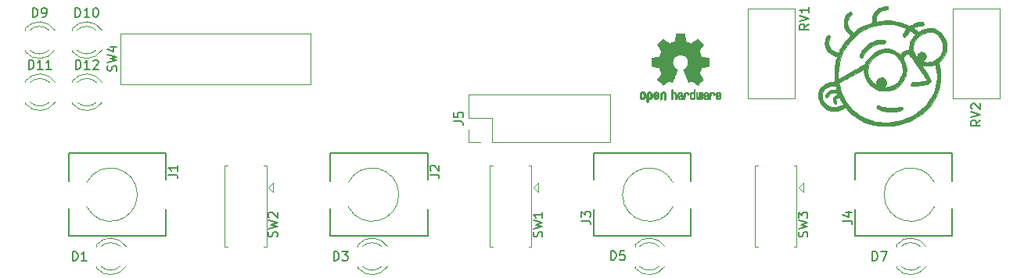
<source format=gbr>
%TF.GenerationSoftware,KiCad,Pcbnew,8.0.5*%
%TF.CreationDate,2025-02-12T17:57:21-08:00*%
%TF.ProjectId,sub,7375622e-6b69-4636-9164-5f7063625858,3.2*%
%TF.SameCoordinates,Original*%
%TF.FileFunction,Legend,Top*%
%TF.FilePolarity,Positive*%
%FSLAX46Y46*%
G04 Gerber Fmt 4.6, Leading zero omitted, Abs format (unit mm)*
G04 Created by KiCad (PCBNEW 8.0.5) date 2025-02-12 17:57:21*
%MOMM*%
%LPD*%
G01*
G04 APERTURE LIST*
%ADD10C,0.150000*%
%ADD11C,0.200000*%
%ADD12C,0.120000*%
%ADD13C,0.010000*%
G04 APERTURE END LIST*
D10*
X58654819Y-138583333D02*
X59369104Y-138583333D01*
X59369104Y-138583333D02*
X59511961Y-138630952D01*
X59511961Y-138630952D02*
X59607200Y-138726190D01*
X59607200Y-138726190D02*
X59654819Y-138869047D01*
X59654819Y-138869047D02*
X59654819Y-138964285D01*
X59654819Y-137583333D02*
X59654819Y-138154761D01*
X59654819Y-137869047D02*
X58654819Y-137869047D01*
X58654819Y-137869047D02*
X58797676Y-137964285D01*
X58797676Y-137964285D02*
X58892914Y-138059523D01*
X58892914Y-138059523D02*
X58940533Y-138154761D01*
X70397200Y-145323332D02*
X70444819Y-145180475D01*
X70444819Y-145180475D02*
X70444819Y-144942380D01*
X70444819Y-144942380D02*
X70397200Y-144847142D01*
X70397200Y-144847142D02*
X70349580Y-144799523D01*
X70349580Y-144799523D02*
X70254342Y-144751904D01*
X70254342Y-144751904D02*
X70159104Y-144751904D01*
X70159104Y-144751904D02*
X70063866Y-144799523D01*
X70063866Y-144799523D02*
X70016247Y-144847142D01*
X70016247Y-144847142D02*
X69968628Y-144942380D01*
X69968628Y-144942380D02*
X69921009Y-145132856D01*
X69921009Y-145132856D02*
X69873390Y-145228094D01*
X69873390Y-145228094D02*
X69825771Y-145275713D01*
X69825771Y-145275713D02*
X69730533Y-145323332D01*
X69730533Y-145323332D02*
X69635295Y-145323332D01*
X69635295Y-145323332D02*
X69540057Y-145275713D01*
X69540057Y-145275713D02*
X69492438Y-145228094D01*
X69492438Y-145228094D02*
X69444819Y-145132856D01*
X69444819Y-145132856D02*
X69444819Y-144894761D01*
X69444819Y-144894761D02*
X69492438Y-144751904D01*
X69444819Y-144418570D02*
X70444819Y-144180475D01*
X70444819Y-144180475D02*
X69730533Y-143989999D01*
X69730533Y-143989999D02*
X70444819Y-143799523D01*
X70444819Y-143799523D02*
X69444819Y-143561428D01*
X69540057Y-143228094D02*
X69492438Y-143180475D01*
X69492438Y-143180475D02*
X69444819Y-143085237D01*
X69444819Y-143085237D02*
X69444819Y-142847142D01*
X69444819Y-142847142D02*
X69492438Y-142751904D01*
X69492438Y-142751904D02*
X69540057Y-142704285D01*
X69540057Y-142704285D02*
X69635295Y-142656666D01*
X69635295Y-142656666D02*
X69730533Y-142656666D01*
X69730533Y-142656666D02*
X69873390Y-142704285D01*
X69873390Y-142704285D02*
X70444819Y-143275713D01*
X70444819Y-143275713D02*
X70444819Y-142656666D01*
X89564819Y-132803333D02*
X90279104Y-132803333D01*
X90279104Y-132803333D02*
X90421961Y-132850952D01*
X90421961Y-132850952D02*
X90517200Y-132946190D01*
X90517200Y-132946190D02*
X90564819Y-133089047D01*
X90564819Y-133089047D02*
X90564819Y-133184285D01*
X89564819Y-131850952D02*
X89564819Y-132327142D01*
X89564819Y-132327142D02*
X90041009Y-132374761D01*
X90041009Y-132374761D02*
X89993390Y-132327142D01*
X89993390Y-132327142D02*
X89945771Y-132231904D01*
X89945771Y-132231904D02*
X89945771Y-131993809D01*
X89945771Y-131993809D02*
X89993390Y-131898571D01*
X89993390Y-131898571D02*
X90041009Y-131850952D01*
X90041009Y-131850952D02*
X90136247Y-131803333D01*
X90136247Y-131803333D02*
X90374342Y-131803333D01*
X90374342Y-131803333D02*
X90469580Y-131850952D01*
X90469580Y-131850952D02*
X90517200Y-131898571D01*
X90517200Y-131898571D02*
X90564819Y-131993809D01*
X90564819Y-131993809D02*
X90564819Y-132231904D01*
X90564819Y-132231904D02*
X90517200Y-132327142D01*
X90517200Y-132327142D02*
X90469580Y-132374761D01*
X48291905Y-147904819D02*
X48291905Y-146904819D01*
X48291905Y-146904819D02*
X48530000Y-146904819D01*
X48530000Y-146904819D02*
X48672857Y-146952438D01*
X48672857Y-146952438D02*
X48768095Y-147047676D01*
X48768095Y-147047676D02*
X48815714Y-147142914D01*
X48815714Y-147142914D02*
X48863333Y-147333390D01*
X48863333Y-147333390D02*
X48863333Y-147476247D01*
X48863333Y-147476247D02*
X48815714Y-147666723D01*
X48815714Y-147666723D02*
X48768095Y-147761961D01*
X48768095Y-147761961D02*
X48672857Y-147857200D01*
X48672857Y-147857200D02*
X48530000Y-147904819D01*
X48530000Y-147904819D02*
X48291905Y-147904819D01*
X49815714Y-147904819D02*
X49244286Y-147904819D01*
X49530000Y-147904819D02*
X49530000Y-146904819D01*
X49530000Y-146904819D02*
X49434762Y-147047676D01*
X49434762Y-147047676D02*
X49339524Y-147142914D01*
X49339524Y-147142914D02*
X49244286Y-147190533D01*
X146532819Y-132675238D02*
X146056628Y-133008571D01*
X146532819Y-133246666D02*
X145532819Y-133246666D01*
X145532819Y-133246666D02*
X145532819Y-132865714D01*
X145532819Y-132865714D02*
X145580438Y-132770476D01*
X145580438Y-132770476D02*
X145628057Y-132722857D01*
X145628057Y-132722857D02*
X145723295Y-132675238D01*
X145723295Y-132675238D02*
X145866152Y-132675238D01*
X145866152Y-132675238D02*
X145961390Y-132722857D01*
X145961390Y-132722857D02*
X146009009Y-132770476D01*
X146009009Y-132770476D02*
X146056628Y-132865714D01*
X146056628Y-132865714D02*
X146056628Y-133246666D01*
X145532819Y-132389523D02*
X146532819Y-132056190D01*
X146532819Y-132056190D02*
X145532819Y-131722857D01*
X145628057Y-131437142D02*
X145580438Y-131389523D01*
X145580438Y-131389523D02*
X145532819Y-131294285D01*
X145532819Y-131294285D02*
X145532819Y-131056190D01*
X145532819Y-131056190D02*
X145580438Y-130960952D01*
X145580438Y-130960952D02*
X145628057Y-130913333D01*
X145628057Y-130913333D02*
X145723295Y-130865714D01*
X145723295Y-130865714D02*
X145818533Y-130865714D01*
X145818533Y-130865714D02*
X145961390Y-130913333D01*
X145961390Y-130913333D02*
X146532819Y-131484761D01*
X146532819Y-131484761D02*
X146532819Y-130865714D01*
X48605714Y-127144819D02*
X48605714Y-126144819D01*
X48605714Y-126144819D02*
X48843809Y-126144819D01*
X48843809Y-126144819D02*
X48986666Y-126192438D01*
X48986666Y-126192438D02*
X49081904Y-126287676D01*
X49081904Y-126287676D02*
X49129523Y-126382914D01*
X49129523Y-126382914D02*
X49177142Y-126573390D01*
X49177142Y-126573390D02*
X49177142Y-126716247D01*
X49177142Y-126716247D02*
X49129523Y-126906723D01*
X49129523Y-126906723D02*
X49081904Y-127001961D01*
X49081904Y-127001961D02*
X48986666Y-127097200D01*
X48986666Y-127097200D02*
X48843809Y-127144819D01*
X48843809Y-127144819D02*
X48605714Y-127144819D01*
X50129523Y-127144819D02*
X49558095Y-127144819D01*
X49843809Y-127144819D02*
X49843809Y-126144819D01*
X49843809Y-126144819D02*
X49748571Y-126287676D01*
X49748571Y-126287676D02*
X49653333Y-126382914D01*
X49653333Y-126382914D02*
X49558095Y-126430533D01*
X50510476Y-126240057D02*
X50558095Y-126192438D01*
X50558095Y-126192438D02*
X50653333Y-126144819D01*
X50653333Y-126144819D02*
X50891428Y-126144819D01*
X50891428Y-126144819D02*
X50986666Y-126192438D01*
X50986666Y-126192438D02*
X51034285Y-126240057D01*
X51034285Y-126240057D02*
X51081904Y-126335295D01*
X51081904Y-126335295D02*
X51081904Y-126430533D01*
X51081904Y-126430533D02*
X51034285Y-126573390D01*
X51034285Y-126573390D02*
X50462857Y-127144819D01*
X50462857Y-127144819D02*
X51081904Y-127144819D01*
X48580714Y-121494819D02*
X48580714Y-120494819D01*
X48580714Y-120494819D02*
X48818809Y-120494819D01*
X48818809Y-120494819D02*
X48961666Y-120542438D01*
X48961666Y-120542438D02*
X49056904Y-120637676D01*
X49056904Y-120637676D02*
X49104523Y-120732914D01*
X49104523Y-120732914D02*
X49152142Y-120923390D01*
X49152142Y-120923390D02*
X49152142Y-121066247D01*
X49152142Y-121066247D02*
X49104523Y-121256723D01*
X49104523Y-121256723D02*
X49056904Y-121351961D01*
X49056904Y-121351961D02*
X48961666Y-121447200D01*
X48961666Y-121447200D02*
X48818809Y-121494819D01*
X48818809Y-121494819D02*
X48580714Y-121494819D01*
X50104523Y-121494819D02*
X49533095Y-121494819D01*
X49818809Y-121494819D02*
X49818809Y-120494819D01*
X49818809Y-120494819D02*
X49723571Y-120637676D01*
X49723571Y-120637676D02*
X49628333Y-120732914D01*
X49628333Y-120732914D02*
X49533095Y-120780533D01*
X50723571Y-120494819D02*
X50818809Y-120494819D01*
X50818809Y-120494819D02*
X50914047Y-120542438D01*
X50914047Y-120542438D02*
X50961666Y-120590057D01*
X50961666Y-120590057D02*
X51009285Y-120685295D01*
X51009285Y-120685295D02*
X51056904Y-120875771D01*
X51056904Y-120875771D02*
X51056904Y-121113866D01*
X51056904Y-121113866D02*
X51009285Y-121304342D01*
X51009285Y-121304342D02*
X50961666Y-121399580D01*
X50961666Y-121399580D02*
X50914047Y-121447200D01*
X50914047Y-121447200D02*
X50818809Y-121494819D01*
X50818809Y-121494819D02*
X50723571Y-121494819D01*
X50723571Y-121494819D02*
X50628333Y-121447200D01*
X50628333Y-121447200D02*
X50580714Y-121399580D01*
X50580714Y-121399580D02*
X50533095Y-121304342D01*
X50533095Y-121304342D02*
X50485476Y-121113866D01*
X50485476Y-121113866D02*
X50485476Y-120875771D01*
X50485476Y-120875771D02*
X50533095Y-120685295D01*
X50533095Y-120685295D02*
X50580714Y-120590057D01*
X50580714Y-120590057D02*
X50628333Y-120542438D01*
X50628333Y-120542438D02*
X50723571Y-120494819D01*
X43520714Y-127144819D02*
X43520714Y-126144819D01*
X43520714Y-126144819D02*
X43758809Y-126144819D01*
X43758809Y-126144819D02*
X43901666Y-126192438D01*
X43901666Y-126192438D02*
X43996904Y-126287676D01*
X43996904Y-126287676D02*
X44044523Y-126382914D01*
X44044523Y-126382914D02*
X44092142Y-126573390D01*
X44092142Y-126573390D02*
X44092142Y-126716247D01*
X44092142Y-126716247D02*
X44044523Y-126906723D01*
X44044523Y-126906723D02*
X43996904Y-127001961D01*
X43996904Y-127001961D02*
X43901666Y-127097200D01*
X43901666Y-127097200D02*
X43758809Y-127144819D01*
X43758809Y-127144819D02*
X43520714Y-127144819D01*
X45044523Y-127144819D02*
X44473095Y-127144819D01*
X44758809Y-127144819D02*
X44758809Y-126144819D01*
X44758809Y-126144819D02*
X44663571Y-126287676D01*
X44663571Y-126287676D02*
X44568333Y-126382914D01*
X44568333Y-126382914D02*
X44473095Y-126430533D01*
X45996904Y-127144819D02*
X45425476Y-127144819D01*
X45711190Y-127144819D02*
X45711190Y-126144819D01*
X45711190Y-126144819D02*
X45615952Y-126287676D01*
X45615952Y-126287676D02*
X45520714Y-126382914D01*
X45520714Y-126382914D02*
X45425476Y-126430533D01*
X103354819Y-143583333D02*
X104069104Y-143583333D01*
X104069104Y-143583333D02*
X104211961Y-143630952D01*
X104211961Y-143630952D02*
X104307200Y-143726190D01*
X104307200Y-143726190D02*
X104354819Y-143869047D01*
X104354819Y-143869047D02*
X104354819Y-143964285D01*
X103354819Y-143202380D02*
X103354819Y-142583333D01*
X103354819Y-142583333D02*
X103735771Y-142916666D01*
X103735771Y-142916666D02*
X103735771Y-142773809D01*
X103735771Y-142773809D02*
X103783390Y-142678571D01*
X103783390Y-142678571D02*
X103831009Y-142630952D01*
X103831009Y-142630952D02*
X103926247Y-142583333D01*
X103926247Y-142583333D02*
X104164342Y-142583333D01*
X104164342Y-142583333D02*
X104259580Y-142630952D01*
X104259580Y-142630952D02*
X104307200Y-142678571D01*
X104307200Y-142678571D02*
X104354819Y-142773809D01*
X104354819Y-142773809D02*
X104354819Y-143059523D01*
X104354819Y-143059523D02*
X104307200Y-143154761D01*
X104307200Y-143154761D02*
X104259580Y-143202380D01*
X86954819Y-138583333D02*
X87669104Y-138583333D01*
X87669104Y-138583333D02*
X87811961Y-138630952D01*
X87811961Y-138630952D02*
X87907200Y-138726190D01*
X87907200Y-138726190D02*
X87954819Y-138869047D01*
X87954819Y-138869047D02*
X87954819Y-138964285D01*
X87050057Y-138154761D02*
X87002438Y-138107142D01*
X87002438Y-138107142D02*
X86954819Y-138011904D01*
X86954819Y-138011904D02*
X86954819Y-137773809D01*
X86954819Y-137773809D02*
X87002438Y-137678571D01*
X87002438Y-137678571D02*
X87050057Y-137630952D01*
X87050057Y-137630952D02*
X87145295Y-137583333D01*
X87145295Y-137583333D02*
X87240533Y-137583333D01*
X87240533Y-137583333D02*
X87383390Y-137630952D01*
X87383390Y-137630952D02*
X87954819Y-138202380D01*
X87954819Y-138202380D02*
X87954819Y-137583333D01*
X127797200Y-145323332D02*
X127844819Y-145180475D01*
X127844819Y-145180475D02*
X127844819Y-144942380D01*
X127844819Y-144942380D02*
X127797200Y-144847142D01*
X127797200Y-144847142D02*
X127749580Y-144799523D01*
X127749580Y-144799523D02*
X127654342Y-144751904D01*
X127654342Y-144751904D02*
X127559104Y-144751904D01*
X127559104Y-144751904D02*
X127463866Y-144799523D01*
X127463866Y-144799523D02*
X127416247Y-144847142D01*
X127416247Y-144847142D02*
X127368628Y-144942380D01*
X127368628Y-144942380D02*
X127321009Y-145132856D01*
X127321009Y-145132856D02*
X127273390Y-145228094D01*
X127273390Y-145228094D02*
X127225771Y-145275713D01*
X127225771Y-145275713D02*
X127130533Y-145323332D01*
X127130533Y-145323332D02*
X127035295Y-145323332D01*
X127035295Y-145323332D02*
X126940057Y-145275713D01*
X126940057Y-145275713D02*
X126892438Y-145228094D01*
X126892438Y-145228094D02*
X126844819Y-145132856D01*
X126844819Y-145132856D02*
X126844819Y-144894761D01*
X126844819Y-144894761D02*
X126892438Y-144751904D01*
X126844819Y-144418570D02*
X127844819Y-144180475D01*
X127844819Y-144180475D02*
X127130533Y-143989999D01*
X127130533Y-143989999D02*
X127844819Y-143799523D01*
X127844819Y-143799523D02*
X126844819Y-143561428D01*
X126844819Y-143275713D02*
X126844819Y-142656666D01*
X126844819Y-142656666D02*
X127225771Y-142989999D01*
X127225771Y-142989999D02*
X127225771Y-142847142D01*
X127225771Y-142847142D02*
X127273390Y-142751904D01*
X127273390Y-142751904D02*
X127321009Y-142704285D01*
X127321009Y-142704285D02*
X127416247Y-142656666D01*
X127416247Y-142656666D02*
X127654342Y-142656666D01*
X127654342Y-142656666D02*
X127749580Y-142704285D01*
X127749580Y-142704285D02*
X127797200Y-142751904D01*
X127797200Y-142751904D02*
X127844819Y-142847142D01*
X127844819Y-142847142D02*
X127844819Y-143132856D01*
X127844819Y-143132856D02*
X127797200Y-143228094D01*
X127797200Y-143228094D02*
X127749580Y-143275713D01*
X131654819Y-143583333D02*
X132369104Y-143583333D01*
X132369104Y-143583333D02*
X132511961Y-143630952D01*
X132511961Y-143630952D02*
X132607200Y-143726190D01*
X132607200Y-143726190D02*
X132654819Y-143869047D01*
X132654819Y-143869047D02*
X132654819Y-143964285D01*
X131988152Y-142678571D02*
X132654819Y-142678571D01*
X131607200Y-142916666D02*
X132321485Y-143154761D01*
X132321485Y-143154761D02*
X132321485Y-142535714D01*
X127962819Y-122261238D02*
X127486628Y-122594571D01*
X127962819Y-122832666D02*
X126962819Y-122832666D01*
X126962819Y-122832666D02*
X126962819Y-122451714D01*
X126962819Y-122451714D02*
X127010438Y-122356476D01*
X127010438Y-122356476D02*
X127058057Y-122308857D01*
X127058057Y-122308857D02*
X127153295Y-122261238D01*
X127153295Y-122261238D02*
X127296152Y-122261238D01*
X127296152Y-122261238D02*
X127391390Y-122308857D01*
X127391390Y-122308857D02*
X127439009Y-122356476D01*
X127439009Y-122356476D02*
X127486628Y-122451714D01*
X127486628Y-122451714D02*
X127486628Y-122832666D01*
X126962819Y-121975523D02*
X127962819Y-121642190D01*
X127962819Y-121642190D02*
X126962819Y-121308857D01*
X127962819Y-120451714D02*
X127962819Y-121023142D01*
X127962819Y-120737428D02*
X126962819Y-120737428D01*
X126962819Y-120737428D02*
X127105676Y-120832666D01*
X127105676Y-120832666D02*
X127200914Y-120927904D01*
X127200914Y-120927904D02*
X127248533Y-121023142D01*
X99097200Y-145323332D02*
X99144819Y-145180475D01*
X99144819Y-145180475D02*
X99144819Y-144942380D01*
X99144819Y-144942380D02*
X99097200Y-144847142D01*
X99097200Y-144847142D02*
X99049580Y-144799523D01*
X99049580Y-144799523D02*
X98954342Y-144751904D01*
X98954342Y-144751904D02*
X98859104Y-144751904D01*
X98859104Y-144751904D02*
X98763866Y-144799523D01*
X98763866Y-144799523D02*
X98716247Y-144847142D01*
X98716247Y-144847142D02*
X98668628Y-144942380D01*
X98668628Y-144942380D02*
X98621009Y-145132856D01*
X98621009Y-145132856D02*
X98573390Y-145228094D01*
X98573390Y-145228094D02*
X98525771Y-145275713D01*
X98525771Y-145275713D02*
X98430533Y-145323332D01*
X98430533Y-145323332D02*
X98335295Y-145323332D01*
X98335295Y-145323332D02*
X98240057Y-145275713D01*
X98240057Y-145275713D02*
X98192438Y-145228094D01*
X98192438Y-145228094D02*
X98144819Y-145132856D01*
X98144819Y-145132856D02*
X98144819Y-144894761D01*
X98144819Y-144894761D02*
X98192438Y-144751904D01*
X98144819Y-144418570D02*
X99144819Y-144180475D01*
X99144819Y-144180475D02*
X98430533Y-143989999D01*
X98430533Y-143989999D02*
X99144819Y-143799523D01*
X99144819Y-143799523D02*
X98144819Y-143561428D01*
X99144819Y-142656666D02*
X99144819Y-143228094D01*
X99144819Y-142942380D02*
X98144819Y-142942380D01*
X98144819Y-142942380D02*
X98287676Y-143037618D01*
X98287676Y-143037618D02*
X98382914Y-143132856D01*
X98382914Y-143132856D02*
X98430533Y-143228094D01*
X43951905Y-121494819D02*
X43951905Y-120494819D01*
X43951905Y-120494819D02*
X44190000Y-120494819D01*
X44190000Y-120494819D02*
X44332857Y-120542438D01*
X44332857Y-120542438D02*
X44428095Y-120637676D01*
X44428095Y-120637676D02*
X44475714Y-120732914D01*
X44475714Y-120732914D02*
X44523333Y-120923390D01*
X44523333Y-120923390D02*
X44523333Y-121066247D01*
X44523333Y-121066247D02*
X44475714Y-121256723D01*
X44475714Y-121256723D02*
X44428095Y-121351961D01*
X44428095Y-121351961D02*
X44332857Y-121447200D01*
X44332857Y-121447200D02*
X44190000Y-121494819D01*
X44190000Y-121494819D02*
X43951905Y-121494819D01*
X44999524Y-121494819D02*
X45190000Y-121494819D01*
X45190000Y-121494819D02*
X45285238Y-121447200D01*
X45285238Y-121447200D02*
X45332857Y-121399580D01*
X45332857Y-121399580D02*
X45428095Y-121256723D01*
X45428095Y-121256723D02*
X45475714Y-121066247D01*
X45475714Y-121066247D02*
X45475714Y-120685295D01*
X45475714Y-120685295D02*
X45428095Y-120590057D01*
X45428095Y-120590057D02*
X45380476Y-120542438D01*
X45380476Y-120542438D02*
X45285238Y-120494819D01*
X45285238Y-120494819D02*
X45094762Y-120494819D01*
X45094762Y-120494819D02*
X44999524Y-120542438D01*
X44999524Y-120542438D02*
X44951905Y-120590057D01*
X44951905Y-120590057D02*
X44904286Y-120685295D01*
X44904286Y-120685295D02*
X44904286Y-120923390D01*
X44904286Y-120923390D02*
X44951905Y-121018628D01*
X44951905Y-121018628D02*
X44999524Y-121066247D01*
X44999524Y-121066247D02*
X45094762Y-121113866D01*
X45094762Y-121113866D02*
X45285238Y-121113866D01*
X45285238Y-121113866D02*
X45380476Y-121066247D01*
X45380476Y-121066247D02*
X45428095Y-121018628D01*
X45428095Y-121018628D02*
X45475714Y-120923390D01*
X134841905Y-147904819D02*
X134841905Y-146904819D01*
X134841905Y-146904819D02*
X135080000Y-146904819D01*
X135080000Y-146904819D02*
X135222857Y-146952438D01*
X135222857Y-146952438D02*
X135318095Y-147047676D01*
X135318095Y-147047676D02*
X135365714Y-147142914D01*
X135365714Y-147142914D02*
X135413333Y-147333390D01*
X135413333Y-147333390D02*
X135413333Y-147476247D01*
X135413333Y-147476247D02*
X135365714Y-147666723D01*
X135365714Y-147666723D02*
X135318095Y-147761961D01*
X135318095Y-147761961D02*
X135222857Y-147857200D01*
X135222857Y-147857200D02*
X135080000Y-147904819D01*
X135080000Y-147904819D02*
X134841905Y-147904819D01*
X135746667Y-146904819D02*
X136413333Y-146904819D01*
X136413333Y-146904819D02*
X135984762Y-147904819D01*
X53007200Y-127333332D02*
X53054819Y-127190475D01*
X53054819Y-127190475D02*
X53054819Y-126952380D01*
X53054819Y-126952380D02*
X53007200Y-126857142D01*
X53007200Y-126857142D02*
X52959580Y-126809523D01*
X52959580Y-126809523D02*
X52864342Y-126761904D01*
X52864342Y-126761904D02*
X52769104Y-126761904D01*
X52769104Y-126761904D02*
X52673866Y-126809523D01*
X52673866Y-126809523D02*
X52626247Y-126857142D01*
X52626247Y-126857142D02*
X52578628Y-126952380D01*
X52578628Y-126952380D02*
X52531009Y-127142856D01*
X52531009Y-127142856D02*
X52483390Y-127238094D01*
X52483390Y-127238094D02*
X52435771Y-127285713D01*
X52435771Y-127285713D02*
X52340533Y-127333332D01*
X52340533Y-127333332D02*
X52245295Y-127333332D01*
X52245295Y-127333332D02*
X52150057Y-127285713D01*
X52150057Y-127285713D02*
X52102438Y-127238094D01*
X52102438Y-127238094D02*
X52054819Y-127142856D01*
X52054819Y-127142856D02*
X52054819Y-126904761D01*
X52054819Y-126904761D02*
X52102438Y-126761904D01*
X52054819Y-126428570D02*
X53054819Y-126190475D01*
X53054819Y-126190475D02*
X52340533Y-125999999D01*
X52340533Y-125999999D02*
X53054819Y-125809523D01*
X53054819Y-125809523D02*
X52054819Y-125571428D01*
X52388152Y-124761904D02*
X53054819Y-124761904D01*
X52007200Y-124999999D02*
X52721485Y-125238094D01*
X52721485Y-125238094D02*
X52721485Y-124619047D01*
X76541905Y-147904819D02*
X76541905Y-146904819D01*
X76541905Y-146904819D02*
X76780000Y-146904819D01*
X76780000Y-146904819D02*
X76922857Y-146952438D01*
X76922857Y-146952438D02*
X77018095Y-147047676D01*
X77018095Y-147047676D02*
X77065714Y-147142914D01*
X77065714Y-147142914D02*
X77113333Y-147333390D01*
X77113333Y-147333390D02*
X77113333Y-147476247D01*
X77113333Y-147476247D02*
X77065714Y-147666723D01*
X77065714Y-147666723D02*
X77018095Y-147761961D01*
X77018095Y-147761961D02*
X76922857Y-147857200D01*
X76922857Y-147857200D02*
X76780000Y-147904819D01*
X76780000Y-147904819D02*
X76541905Y-147904819D01*
X77446667Y-146904819D02*
X78065714Y-146904819D01*
X78065714Y-146904819D02*
X77732381Y-147285771D01*
X77732381Y-147285771D02*
X77875238Y-147285771D01*
X77875238Y-147285771D02*
X77970476Y-147333390D01*
X77970476Y-147333390D02*
X78018095Y-147381009D01*
X78018095Y-147381009D02*
X78065714Y-147476247D01*
X78065714Y-147476247D02*
X78065714Y-147714342D01*
X78065714Y-147714342D02*
X78018095Y-147809580D01*
X78018095Y-147809580D02*
X77970476Y-147857200D01*
X77970476Y-147857200D02*
X77875238Y-147904819D01*
X77875238Y-147904819D02*
X77589524Y-147904819D01*
X77589524Y-147904819D02*
X77494286Y-147857200D01*
X77494286Y-147857200D02*
X77446667Y-147809580D01*
X106541905Y-147854819D02*
X106541905Y-146854819D01*
X106541905Y-146854819D02*
X106780000Y-146854819D01*
X106780000Y-146854819D02*
X106922857Y-146902438D01*
X106922857Y-146902438D02*
X107018095Y-146997676D01*
X107018095Y-146997676D02*
X107065714Y-147092914D01*
X107065714Y-147092914D02*
X107113333Y-147283390D01*
X107113333Y-147283390D02*
X107113333Y-147426247D01*
X107113333Y-147426247D02*
X107065714Y-147616723D01*
X107065714Y-147616723D02*
X107018095Y-147711961D01*
X107018095Y-147711961D02*
X106922857Y-147807200D01*
X106922857Y-147807200D02*
X106780000Y-147854819D01*
X106780000Y-147854819D02*
X106541905Y-147854819D01*
X108018095Y-146854819D02*
X107541905Y-146854819D01*
X107541905Y-146854819D02*
X107494286Y-147331009D01*
X107494286Y-147331009D02*
X107541905Y-147283390D01*
X107541905Y-147283390D02*
X107637143Y-147235771D01*
X107637143Y-147235771D02*
X107875238Y-147235771D01*
X107875238Y-147235771D02*
X107970476Y-147283390D01*
X107970476Y-147283390D02*
X108018095Y-147331009D01*
X108018095Y-147331009D02*
X108065714Y-147426247D01*
X108065714Y-147426247D02*
X108065714Y-147664342D01*
X108065714Y-147664342D02*
X108018095Y-147759580D01*
X108018095Y-147759580D02*
X107970476Y-147807200D01*
X107970476Y-147807200D02*
X107875238Y-147854819D01*
X107875238Y-147854819D02*
X107637143Y-147854819D01*
X107637143Y-147854819D02*
X107541905Y-147807200D01*
X107541905Y-147807200D02*
X107494286Y-147759580D01*
D11*
%TO.C,J1*%
X47900000Y-136250000D02*
X47900000Y-139250000D01*
X47900000Y-136250000D02*
X58400000Y-136250000D01*
X47900000Y-142250000D02*
X47900000Y-145250000D01*
X47900000Y-145250000D02*
X58400000Y-145250000D01*
X58400000Y-136250000D02*
X58400000Y-139150000D01*
X58400000Y-142350000D02*
X58400000Y-145250000D01*
D12*
X49811423Y-139453737D02*
G75*
G02*
X55295001Y-140750000I2588577J-1296263D01*
G01*
X55295000Y-140750000D02*
G75*
G02*
X49811424Y-142046263I-2895000J0D01*
G01*
%TO.C,SW2*%
X64740000Y-137590000D02*
X65050000Y-137590000D01*
X64740000Y-146410000D02*
X64740000Y-137590000D01*
X64740000Y-146410000D02*
X65050000Y-146410000D01*
X68950000Y-137590000D02*
X69260000Y-137590000D01*
X69260000Y-137590000D02*
X69260000Y-146410000D01*
X69260000Y-146410000D02*
X68950000Y-146410000D01*
X69460000Y-140000000D02*
X69960000Y-140500000D01*
X69960000Y-139500000D02*
X69460000Y-140000000D01*
X69960000Y-140500000D02*
X69960000Y-139500000D01*
D13*
%TO.C,GR2*%
X117616807Y-129636782D02*
X117640161Y-129646988D01*
X117695902Y-129691134D01*
X117743569Y-129754967D01*
X117773048Y-129823087D01*
X117777846Y-129856670D01*
X117761760Y-129903556D01*
X117726475Y-129928365D01*
X117688644Y-129943387D01*
X117671321Y-129946155D01*
X117662886Y-129926066D01*
X117646230Y-129882351D01*
X117638923Y-129862598D01*
X117597948Y-129794271D01*
X117538622Y-129760191D01*
X117462552Y-129761239D01*
X117456918Y-129762581D01*
X117416305Y-129781836D01*
X117386448Y-129819375D01*
X117366055Y-129879809D01*
X117353836Y-129967751D01*
X117348500Y-130087813D01*
X117348000Y-130151698D01*
X117347752Y-130252403D01*
X117346126Y-130321054D01*
X117341801Y-130364673D01*
X117333454Y-130390282D01*
X117319765Y-130404903D01*
X117299411Y-130415558D01*
X117298234Y-130416095D01*
X117259038Y-130432667D01*
X117239619Y-130438769D01*
X117236635Y-130420319D01*
X117234081Y-130369323D01*
X117232140Y-130292308D01*
X117230997Y-130195805D01*
X117230769Y-130125184D01*
X117231932Y-129988525D01*
X117236479Y-129884851D01*
X117245999Y-129808108D01*
X117262081Y-129752246D01*
X117286313Y-129711212D01*
X117320286Y-129678954D01*
X117353833Y-129656440D01*
X117434499Y-129626476D01*
X117528381Y-129619718D01*
X117616807Y-129636782D01*
G36*
X117616807Y-129636782D02*
G01*
X117640161Y-129646988D01*
X117695902Y-129691134D01*
X117743569Y-129754967D01*
X117773048Y-129823087D01*
X117777846Y-129856670D01*
X117761760Y-129903556D01*
X117726475Y-129928365D01*
X117688644Y-129943387D01*
X117671321Y-129946155D01*
X117662886Y-129926066D01*
X117646230Y-129882351D01*
X117638923Y-129862598D01*
X117597948Y-129794271D01*
X117538622Y-129760191D01*
X117462552Y-129761239D01*
X117456918Y-129762581D01*
X117416305Y-129781836D01*
X117386448Y-129819375D01*
X117366055Y-129879809D01*
X117353836Y-129967751D01*
X117348500Y-130087813D01*
X117348000Y-130151698D01*
X117347752Y-130252403D01*
X117346126Y-130321054D01*
X117341801Y-130364673D01*
X117333454Y-130390282D01*
X117319765Y-130404903D01*
X117299411Y-130415558D01*
X117298234Y-130416095D01*
X117259038Y-130432667D01*
X117239619Y-130438769D01*
X117236635Y-130420319D01*
X117234081Y-130369323D01*
X117232140Y-130292308D01*
X117230997Y-130195805D01*
X117230769Y-130125184D01*
X117231932Y-129988525D01*
X117236479Y-129884851D01*
X117245999Y-129808108D01*
X117262081Y-129752246D01*
X117286313Y-129711212D01*
X117320286Y-129678954D01*
X117353833Y-129656440D01*
X117434499Y-129626476D01*
X117528381Y-129619718D01*
X117616807Y-129636782D01*
G37*
X112317664Y-129595089D02*
X112380367Y-129631358D01*
X112423961Y-129667358D01*
X112455845Y-129705075D01*
X112477810Y-129751199D01*
X112491649Y-129812421D01*
X112499153Y-129895431D01*
X112502117Y-130006919D01*
X112502461Y-130087062D01*
X112502461Y-130382065D01*
X112336385Y-130456515D01*
X112326615Y-130133402D01*
X112322579Y-130012729D01*
X112318344Y-129925141D01*
X112313097Y-129864650D01*
X112306025Y-129825268D01*
X112296311Y-129801007D01*
X112283144Y-129785880D01*
X112278919Y-129782606D01*
X112214909Y-129757034D01*
X112150208Y-129767153D01*
X112111692Y-129794000D01*
X112096025Y-129813024D01*
X112085180Y-129837988D01*
X112078288Y-129875834D01*
X112074479Y-129933502D01*
X112072883Y-130017935D01*
X112072615Y-130105928D01*
X112072563Y-130216323D01*
X112070672Y-130294463D01*
X112064345Y-130347165D01*
X112050983Y-130381242D01*
X112027985Y-130403511D01*
X111992754Y-130420787D01*
X111945697Y-130438738D01*
X111894303Y-130458278D01*
X111900421Y-130111485D01*
X111902884Y-129986468D01*
X111905767Y-129894082D01*
X111909898Y-129827881D01*
X111916107Y-129781420D01*
X111925226Y-129748256D01*
X111938083Y-129721944D01*
X111953584Y-129698729D01*
X112028371Y-129624569D01*
X112119628Y-129581684D01*
X112218883Y-129571412D01*
X112317664Y-129595089D01*
G36*
X112317664Y-129595089D02*
G01*
X112380367Y-129631358D01*
X112423961Y-129667358D01*
X112455845Y-129705075D01*
X112477810Y-129751199D01*
X112491649Y-129812421D01*
X112499153Y-129895431D01*
X112502117Y-130006919D01*
X112502461Y-130087062D01*
X112502461Y-130382065D01*
X112336385Y-130456515D01*
X112326615Y-130133402D01*
X112322579Y-130012729D01*
X112318344Y-129925141D01*
X112313097Y-129864650D01*
X112306025Y-129825268D01*
X112296311Y-129801007D01*
X112283144Y-129785880D01*
X112278919Y-129782606D01*
X112214909Y-129757034D01*
X112150208Y-129767153D01*
X112111692Y-129794000D01*
X112096025Y-129813024D01*
X112085180Y-129837988D01*
X112078288Y-129875834D01*
X112074479Y-129933502D01*
X112072883Y-130017935D01*
X112072615Y-130105928D01*
X112072563Y-130216323D01*
X112070672Y-130294463D01*
X112064345Y-130347165D01*
X112050983Y-130381242D01*
X112027985Y-130403511D01*
X111992754Y-130420787D01*
X111945697Y-130438738D01*
X111894303Y-130458278D01*
X111900421Y-130111485D01*
X111902884Y-129986468D01*
X111905767Y-129894082D01*
X111909898Y-129827881D01*
X111916107Y-129781420D01*
X111925226Y-129748256D01*
X111938083Y-129721944D01*
X111953584Y-129698729D01*
X112028371Y-129624569D01*
X112119628Y-129581684D01*
X112218883Y-129571412D01*
X112317664Y-129595089D01*
G37*
X114759362Y-129624670D02*
X114848117Y-129657421D01*
X114920022Y-129715350D01*
X114948144Y-129756128D01*
X114978802Y-129830954D01*
X114978165Y-129885058D01*
X114945987Y-129921446D01*
X114934081Y-129927633D01*
X114882675Y-129946925D01*
X114856422Y-129941982D01*
X114847530Y-129909587D01*
X114847077Y-129891692D01*
X114830797Y-129825859D01*
X114788365Y-129779807D01*
X114729388Y-129757564D01*
X114663475Y-129763161D01*
X114609895Y-129792229D01*
X114591798Y-129808810D01*
X114578971Y-129828925D01*
X114570306Y-129859332D01*
X114564696Y-129906788D01*
X114561035Y-129978050D01*
X114558215Y-130079875D01*
X114557484Y-130112115D01*
X114554820Y-130222410D01*
X114551792Y-130300036D01*
X114547250Y-130351396D01*
X114540046Y-130382890D01*
X114529033Y-130400920D01*
X114513060Y-130411888D01*
X114502834Y-130416733D01*
X114459406Y-130433301D01*
X114433842Y-130438769D01*
X114425395Y-130420507D01*
X114420239Y-130365296D01*
X114418346Y-130272499D01*
X114419689Y-130141478D01*
X114420107Y-130121269D01*
X114423058Y-130001733D01*
X114426548Y-129914449D01*
X114431514Y-129852591D01*
X114438893Y-129809336D01*
X114449624Y-129777860D01*
X114464645Y-129751339D01*
X114472502Y-129739975D01*
X114517553Y-129689692D01*
X114567940Y-129650581D01*
X114574108Y-129647167D01*
X114664458Y-129620212D01*
X114759362Y-129624670D01*
G36*
X114759362Y-129624670D02*
G01*
X114848117Y-129657421D01*
X114920022Y-129715350D01*
X114948144Y-129756128D01*
X114978802Y-129830954D01*
X114978165Y-129885058D01*
X114945987Y-129921446D01*
X114934081Y-129927633D01*
X114882675Y-129946925D01*
X114856422Y-129941982D01*
X114847530Y-129909587D01*
X114847077Y-129891692D01*
X114830797Y-129825859D01*
X114788365Y-129779807D01*
X114729388Y-129757564D01*
X114663475Y-129763161D01*
X114609895Y-129792229D01*
X114591798Y-129808810D01*
X114578971Y-129828925D01*
X114570306Y-129859332D01*
X114564696Y-129906788D01*
X114561035Y-129978050D01*
X114558215Y-130079875D01*
X114557484Y-130112115D01*
X114554820Y-130222410D01*
X114551792Y-130300036D01*
X114547250Y-130351396D01*
X114540046Y-130382890D01*
X114529033Y-130400920D01*
X114513060Y-130411888D01*
X114502834Y-130416733D01*
X114459406Y-130433301D01*
X114433842Y-130438769D01*
X114425395Y-130420507D01*
X114420239Y-130365296D01*
X114418346Y-130272499D01*
X114419689Y-130141478D01*
X114420107Y-130121269D01*
X114423058Y-130001733D01*
X114426548Y-129914449D01*
X114431514Y-129852591D01*
X114438893Y-129809336D01*
X114449624Y-129777860D01*
X114464645Y-129751339D01*
X114472502Y-129739975D01*
X114517553Y-129689692D01*
X114567940Y-129650581D01*
X114574108Y-129647167D01*
X114664458Y-129620212D01*
X114759362Y-129624670D01*
G37*
X113205846Y-129492120D02*
X113211572Y-129571980D01*
X113218149Y-129619039D01*
X113227262Y-129639566D01*
X113240598Y-129639829D01*
X113244923Y-129637378D01*
X113302444Y-129619636D01*
X113377268Y-129620672D01*
X113453339Y-129638910D01*
X113500918Y-129662505D01*
X113549702Y-129700198D01*
X113585364Y-129742855D01*
X113609845Y-129797057D01*
X113625087Y-129869384D01*
X113633030Y-129966419D01*
X113635616Y-130094742D01*
X113635662Y-130119358D01*
X113635692Y-130395870D01*
X113574161Y-130417320D01*
X113530459Y-130431912D01*
X113506482Y-130438706D01*
X113505777Y-130438769D01*
X113503415Y-130420345D01*
X113501406Y-130369526D01*
X113499901Y-130292993D01*
X113499053Y-130197430D01*
X113498923Y-130139329D01*
X113498651Y-130024771D01*
X113497252Y-129942667D01*
X113493849Y-129886393D01*
X113487567Y-129849326D01*
X113477529Y-129824844D01*
X113462861Y-129806325D01*
X113453702Y-129797406D01*
X113390789Y-129761466D01*
X113322136Y-129758775D01*
X113259848Y-129789170D01*
X113248329Y-129800144D01*
X113231433Y-129820779D01*
X113219714Y-129845256D01*
X113212233Y-129880647D01*
X113208054Y-129934026D01*
X113206237Y-130012466D01*
X113205846Y-130120617D01*
X113205846Y-130395870D01*
X113144315Y-130417320D01*
X113100613Y-130431912D01*
X113076636Y-130438706D01*
X113075930Y-130438769D01*
X113074126Y-130420069D01*
X113072500Y-130367322D01*
X113071117Y-130285557D01*
X113070042Y-130179805D01*
X113069340Y-130055094D01*
X113069077Y-129916455D01*
X113069077Y-129381806D01*
X113196077Y-129328236D01*
X113205846Y-129492120D01*
G36*
X113205846Y-129492120D02*
G01*
X113211572Y-129571980D01*
X113218149Y-129619039D01*
X113227262Y-129639566D01*
X113240598Y-129639829D01*
X113244923Y-129637378D01*
X113302444Y-129619636D01*
X113377268Y-129620672D01*
X113453339Y-129638910D01*
X113500918Y-129662505D01*
X113549702Y-129700198D01*
X113585364Y-129742855D01*
X113609845Y-129797057D01*
X113625087Y-129869384D01*
X113633030Y-129966419D01*
X113635616Y-130094742D01*
X113635662Y-130119358D01*
X113635692Y-130395870D01*
X113574161Y-130417320D01*
X113530459Y-130431912D01*
X113506482Y-130438706D01*
X113505777Y-130438769D01*
X113503415Y-130420345D01*
X113501406Y-130369526D01*
X113499901Y-130292993D01*
X113499053Y-130197430D01*
X113498923Y-130139329D01*
X113498651Y-130024771D01*
X113497252Y-129942667D01*
X113493849Y-129886393D01*
X113487567Y-129849326D01*
X113477529Y-129824844D01*
X113462861Y-129806325D01*
X113453702Y-129797406D01*
X113390789Y-129761466D01*
X113322136Y-129758775D01*
X113259848Y-129789170D01*
X113248329Y-129800144D01*
X113231433Y-129820779D01*
X113219714Y-129845256D01*
X113212233Y-129880647D01*
X113208054Y-129934026D01*
X113206237Y-130012466D01*
X113205846Y-130120617D01*
X113205846Y-130395870D01*
X113144315Y-130417320D01*
X113100613Y-130431912D01*
X113076636Y-130438706D01*
X113075930Y-130438769D01*
X113074126Y-130420069D01*
X113072500Y-130367322D01*
X113071117Y-130285557D01*
X113070042Y-130179805D01*
X113069340Y-130055094D01*
X113069077Y-129916455D01*
X113069077Y-129381806D01*
X113196077Y-129328236D01*
X113205846Y-129492120D01*
G37*
X116441929Y-129636662D02*
X116444911Y-129688068D01*
X116447247Y-129766192D01*
X116448749Y-129864857D01*
X116449231Y-129968343D01*
X116449231Y-130318533D01*
X116387401Y-130380363D01*
X116344793Y-130418462D01*
X116307390Y-130433895D01*
X116256270Y-130432918D01*
X116235978Y-130430433D01*
X116172554Y-130423200D01*
X116120095Y-130419055D01*
X116107308Y-130418672D01*
X116064199Y-130421176D01*
X116002544Y-130427462D01*
X115978638Y-130430433D01*
X115919922Y-130435028D01*
X115880464Y-130425046D01*
X115841338Y-130394228D01*
X115827215Y-130380363D01*
X115765385Y-130318533D01*
X115765385Y-129663503D01*
X115815150Y-129640829D01*
X115858002Y-129624034D01*
X115883073Y-129618154D01*
X115889501Y-129636736D01*
X115895509Y-129688655D01*
X115900697Y-129768172D01*
X115904664Y-129869546D01*
X115906577Y-129955192D01*
X115911923Y-130292231D01*
X115958560Y-130298825D01*
X116000976Y-130294214D01*
X116021760Y-130279287D01*
X116027570Y-130251377D01*
X116032530Y-130191925D01*
X116036246Y-130108466D01*
X116038324Y-130008532D01*
X116038624Y-129957104D01*
X116038923Y-129661054D01*
X116100454Y-129639604D01*
X116144004Y-129625020D01*
X116167694Y-129618219D01*
X116168377Y-129618154D01*
X116170754Y-129636642D01*
X116173366Y-129687906D01*
X116175995Y-129765649D01*
X116178421Y-129863574D01*
X116180115Y-129955192D01*
X116185461Y-130292231D01*
X116302692Y-130292231D01*
X116308072Y-129984746D01*
X116313451Y-129677261D01*
X116370601Y-129647707D01*
X116412797Y-129627413D01*
X116437770Y-129618204D01*
X116438491Y-129618154D01*
X116441929Y-129636662D01*
G36*
X116441929Y-129636662D02*
G01*
X116444911Y-129688068D01*
X116447247Y-129766192D01*
X116448749Y-129864857D01*
X116449231Y-129968343D01*
X116449231Y-130318533D01*
X116387401Y-130380363D01*
X116344793Y-130418462D01*
X116307390Y-130433895D01*
X116256270Y-130432918D01*
X116235978Y-130430433D01*
X116172554Y-130423200D01*
X116120095Y-130419055D01*
X116107308Y-130418672D01*
X116064199Y-130421176D01*
X116002544Y-130427462D01*
X115978638Y-130430433D01*
X115919922Y-130435028D01*
X115880464Y-130425046D01*
X115841338Y-130394228D01*
X115827215Y-130380363D01*
X115765385Y-130318533D01*
X115765385Y-129663503D01*
X115815150Y-129640829D01*
X115858002Y-129624034D01*
X115883073Y-129618154D01*
X115889501Y-129636736D01*
X115895509Y-129688655D01*
X115900697Y-129768172D01*
X115904664Y-129869546D01*
X115906577Y-129955192D01*
X115911923Y-130292231D01*
X115958560Y-130298825D01*
X116000976Y-130294214D01*
X116021760Y-130279287D01*
X116027570Y-130251377D01*
X116032530Y-130191925D01*
X116036246Y-130108466D01*
X116038324Y-130008532D01*
X116038624Y-129957104D01*
X116038923Y-129661054D01*
X116100454Y-129639604D01*
X116144004Y-129625020D01*
X116167694Y-129618219D01*
X116168377Y-129618154D01*
X116170754Y-129636642D01*
X116173366Y-129687906D01*
X116175995Y-129765649D01*
X116178421Y-129863574D01*
X116180115Y-129955192D01*
X116185461Y-130292231D01*
X116302692Y-130292231D01*
X116308072Y-129984746D01*
X116313451Y-129677261D01*
X116370601Y-129647707D01*
X116412797Y-129627413D01*
X116437770Y-129618204D01*
X116438491Y-129618154D01*
X116441929Y-129636662D01*
G37*
X110062886Y-129587256D02*
X110154464Y-129635409D01*
X110222049Y-129712905D01*
X110246057Y-129762727D01*
X110264738Y-129837533D01*
X110274301Y-129932052D01*
X110275208Y-130035210D01*
X110267921Y-130135935D01*
X110252903Y-130223153D01*
X110230615Y-130285791D01*
X110223765Y-130296579D01*
X110142632Y-130377105D01*
X110046266Y-130425336D01*
X109941701Y-130439450D01*
X109835968Y-130417629D01*
X109806543Y-130404547D01*
X109749241Y-130364231D01*
X109698950Y-130310775D01*
X109694197Y-130303995D01*
X109674878Y-130271321D01*
X109662108Y-130236394D01*
X109654564Y-130190414D01*
X109650924Y-130124584D01*
X109649865Y-130030105D01*
X109649846Y-130008923D01*
X109649894Y-130002182D01*
X109845231Y-130002182D01*
X109846368Y-130091349D01*
X109850841Y-130150520D01*
X109860246Y-130188741D01*
X109876176Y-130215053D01*
X109884308Y-130223846D01*
X109931058Y-130257261D01*
X109976447Y-130255737D01*
X110022340Y-130226752D01*
X110049712Y-130195809D01*
X110065923Y-130150643D01*
X110075026Y-130079420D01*
X110075651Y-130071114D01*
X110077204Y-129942037D01*
X110060965Y-129846172D01*
X110027152Y-129784107D01*
X109975984Y-129756432D01*
X109957720Y-129754923D01*
X109909760Y-129762513D01*
X109876953Y-129788808D01*
X109856895Y-129839095D01*
X109847178Y-129918664D01*
X109845231Y-130002182D01*
X109649894Y-130002182D01*
X109650574Y-129908249D01*
X109653629Y-129837906D01*
X109660322Y-129789163D01*
X109671960Y-129753288D01*
X109689853Y-129721548D01*
X109693808Y-129715648D01*
X109760267Y-129636104D01*
X109832685Y-129589929D01*
X109920849Y-129571599D01*
X109950787Y-129570703D01*
X110062886Y-129587256D01*
G36*
X110062886Y-129587256D02*
G01*
X110154464Y-129635409D01*
X110222049Y-129712905D01*
X110246057Y-129762727D01*
X110264738Y-129837533D01*
X110274301Y-129932052D01*
X110275208Y-130035210D01*
X110267921Y-130135935D01*
X110252903Y-130223153D01*
X110230615Y-130285791D01*
X110223765Y-130296579D01*
X110142632Y-130377105D01*
X110046266Y-130425336D01*
X109941701Y-130439450D01*
X109835968Y-130417629D01*
X109806543Y-130404547D01*
X109749241Y-130364231D01*
X109698950Y-130310775D01*
X109694197Y-130303995D01*
X109674878Y-130271321D01*
X109662108Y-130236394D01*
X109654564Y-130190414D01*
X109650924Y-130124584D01*
X109649865Y-130030105D01*
X109649846Y-130008923D01*
X109649894Y-130002182D01*
X109845231Y-130002182D01*
X109846368Y-130091349D01*
X109850841Y-130150520D01*
X109860246Y-130188741D01*
X109876176Y-130215053D01*
X109884308Y-130223846D01*
X109931058Y-130257261D01*
X109976447Y-130255737D01*
X110022340Y-130226752D01*
X110049712Y-130195809D01*
X110065923Y-130150643D01*
X110075026Y-130079420D01*
X110075651Y-130071114D01*
X110077204Y-129942037D01*
X110060965Y-129846172D01*
X110027152Y-129784107D01*
X109975984Y-129756432D01*
X109957720Y-129754923D01*
X109909760Y-129762513D01*
X109876953Y-129788808D01*
X109856895Y-129839095D01*
X109847178Y-129918664D01*
X109845231Y-130002182D01*
X109649894Y-130002182D01*
X109650574Y-129908249D01*
X109653629Y-129837906D01*
X109660322Y-129789163D01*
X109671960Y-129753288D01*
X109689853Y-129721548D01*
X109693808Y-129715648D01*
X109760267Y-129636104D01*
X109832685Y-129589929D01*
X109920849Y-129571599D01*
X109950787Y-129570703D01*
X110062886Y-129587256D01*
G37*
X118291224Y-129647838D02*
X118368528Y-129698361D01*
X118405814Y-129743590D01*
X118435353Y-129825663D01*
X118437699Y-129890607D01*
X118432385Y-129977445D01*
X118232115Y-130065103D01*
X118134739Y-130109887D01*
X118071113Y-130145913D01*
X118038029Y-130177117D01*
X118032280Y-130207436D01*
X118050658Y-130240805D01*
X118070923Y-130262923D01*
X118129889Y-130298393D01*
X118194024Y-130300879D01*
X118252926Y-130273235D01*
X118296197Y-130218320D01*
X118303936Y-130198928D01*
X118341006Y-130138364D01*
X118383654Y-130112552D01*
X118442154Y-130090471D01*
X118442154Y-130174184D01*
X118436982Y-130231150D01*
X118416723Y-130279189D01*
X118374262Y-130334346D01*
X118367951Y-130341514D01*
X118320720Y-130390585D01*
X118280121Y-130416920D01*
X118229328Y-130429035D01*
X118187220Y-130433003D01*
X118111902Y-130433991D01*
X118058286Y-130421466D01*
X118024838Y-130402869D01*
X117972268Y-130361975D01*
X117935879Y-130317748D01*
X117912850Y-130262126D01*
X117900359Y-130187047D01*
X117895587Y-130084449D01*
X117895206Y-130032376D01*
X117896501Y-129969948D01*
X118014471Y-129969948D01*
X118015839Y-130003438D01*
X118019249Y-130008923D01*
X118041753Y-130001472D01*
X118090182Y-129981753D01*
X118154908Y-129953718D01*
X118168443Y-129947692D01*
X118250244Y-129906096D01*
X118295312Y-129869538D01*
X118305217Y-129835296D01*
X118281526Y-129800648D01*
X118261960Y-129785339D01*
X118191360Y-129754721D01*
X118125280Y-129759780D01*
X118069959Y-129797151D01*
X118031636Y-129863473D01*
X118019349Y-129916116D01*
X118014471Y-129969948D01*
X117896501Y-129969948D01*
X117897730Y-129910720D01*
X117907032Y-129820710D01*
X117925460Y-129755167D01*
X117955360Y-129706912D01*
X117999080Y-129668767D01*
X118018141Y-129656440D01*
X118104726Y-129624336D01*
X118199522Y-129622316D01*
X118291224Y-129647838D01*
G36*
X118291224Y-129647838D02*
G01*
X118368528Y-129698361D01*
X118405814Y-129743590D01*
X118435353Y-129825663D01*
X118437699Y-129890607D01*
X118432385Y-129977445D01*
X118232115Y-130065103D01*
X118134739Y-130109887D01*
X118071113Y-130145913D01*
X118038029Y-130177117D01*
X118032280Y-130207436D01*
X118050658Y-130240805D01*
X118070923Y-130262923D01*
X118129889Y-130298393D01*
X118194024Y-130300879D01*
X118252926Y-130273235D01*
X118296197Y-130218320D01*
X118303936Y-130198928D01*
X118341006Y-130138364D01*
X118383654Y-130112552D01*
X118442154Y-130090471D01*
X118442154Y-130174184D01*
X118436982Y-130231150D01*
X118416723Y-130279189D01*
X118374262Y-130334346D01*
X118367951Y-130341514D01*
X118320720Y-130390585D01*
X118280121Y-130416920D01*
X118229328Y-130429035D01*
X118187220Y-130433003D01*
X118111902Y-130433991D01*
X118058286Y-130421466D01*
X118024838Y-130402869D01*
X117972268Y-130361975D01*
X117935879Y-130317748D01*
X117912850Y-130262126D01*
X117900359Y-130187047D01*
X117895587Y-130084449D01*
X117895206Y-130032376D01*
X117896501Y-129969948D01*
X118014471Y-129969948D01*
X118015839Y-130003438D01*
X118019249Y-130008923D01*
X118041753Y-130001472D01*
X118090182Y-129981753D01*
X118154908Y-129953718D01*
X118168443Y-129947692D01*
X118250244Y-129906096D01*
X118295312Y-129869538D01*
X118305217Y-129835296D01*
X118281526Y-129800648D01*
X118261960Y-129785339D01*
X118191360Y-129754721D01*
X118125280Y-129759780D01*
X118069959Y-129797151D01*
X118031636Y-129863473D01*
X118019349Y-129916116D01*
X118014471Y-129969948D01*
X117896501Y-129969948D01*
X117897730Y-129910720D01*
X117907032Y-129820710D01*
X117925460Y-129755167D01*
X117955360Y-129706912D01*
X117999080Y-129668767D01*
X118018141Y-129656440D01*
X118104726Y-129624336D01*
X118199522Y-129622316D01*
X118291224Y-129647838D01*
G37*
X115648081Y-129780289D02*
X115647833Y-129926320D01*
X115646872Y-130038655D01*
X115644794Y-130122678D01*
X115641193Y-130183769D01*
X115635665Y-130227309D01*
X115627804Y-130258679D01*
X115617207Y-130283262D01*
X115609182Y-130297294D01*
X115542728Y-130373388D01*
X115458470Y-130421084D01*
X115365249Y-130438199D01*
X115271900Y-130422546D01*
X115216312Y-130394418D01*
X115157957Y-130345760D01*
X115118186Y-130286333D01*
X115094190Y-130208507D01*
X115083161Y-130104652D01*
X115081599Y-130028462D01*
X115081809Y-130022986D01*
X115218308Y-130022986D01*
X115219141Y-130110355D01*
X115222961Y-130168192D01*
X115231746Y-130206029D01*
X115247474Y-130233398D01*
X115266266Y-130254042D01*
X115329375Y-130293890D01*
X115397137Y-130297295D01*
X115461179Y-130264025D01*
X115466164Y-130259517D01*
X115487439Y-130236067D01*
X115500779Y-130208166D01*
X115508001Y-130166641D01*
X115510923Y-130102316D01*
X115511385Y-130031200D01*
X115510383Y-129941858D01*
X115506238Y-129882258D01*
X115497236Y-129843089D01*
X115481667Y-129815040D01*
X115468902Y-129800144D01*
X115409600Y-129762575D01*
X115341301Y-129758057D01*
X115276110Y-129786753D01*
X115263528Y-129797406D01*
X115242111Y-129821063D01*
X115228744Y-129849251D01*
X115221566Y-129891245D01*
X115218719Y-129956319D01*
X115218308Y-130022986D01*
X115081809Y-130022986D01*
X115086322Y-129905765D01*
X115102362Y-129813577D01*
X115132528Y-129744269D01*
X115179629Y-129690211D01*
X115216312Y-129662505D01*
X115282990Y-129632572D01*
X115360272Y-129618678D01*
X115432110Y-129622397D01*
X115472308Y-129637400D01*
X115488082Y-129641670D01*
X115498550Y-129625750D01*
X115505856Y-129583089D01*
X115511385Y-129518106D01*
X115517437Y-129445732D01*
X115525844Y-129402187D01*
X115541141Y-129377287D01*
X115567864Y-129360845D01*
X115584654Y-129353564D01*
X115648154Y-129326963D01*
X115648081Y-129780289D01*
G36*
X115648081Y-129780289D02*
G01*
X115647833Y-129926320D01*
X115646872Y-130038655D01*
X115644794Y-130122678D01*
X115641193Y-130183769D01*
X115635665Y-130227309D01*
X115627804Y-130258679D01*
X115617207Y-130283262D01*
X115609182Y-130297294D01*
X115542728Y-130373388D01*
X115458470Y-130421084D01*
X115365249Y-130438199D01*
X115271900Y-130422546D01*
X115216312Y-130394418D01*
X115157957Y-130345760D01*
X115118186Y-130286333D01*
X115094190Y-130208507D01*
X115083161Y-130104652D01*
X115081599Y-130028462D01*
X115081809Y-130022986D01*
X115218308Y-130022986D01*
X115219141Y-130110355D01*
X115222961Y-130168192D01*
X115231746Y-130206029D01*
X115247474Y-130233398D01*
X115266266Y-130254042D01*
X115329375Y-130293890D01*
X115397137Y-130297295D01*
X115461179Y-130264025D01*
X115466164Y-130259517D01*
X115487439Y-130236067D01*
X115500779Y-130208166D01*
X115508001Y-130166641D01*
X115510923Y-130102316D01*
X115511385Y-130031200D01*
X115510383Y-129941858D01*
X115506238Y-129882258D01*
X115497236Y-129843089D01*
X115481667Y-129815040D01*
X115468902Y-129800144D01*
X115409600Y-129762575D01*
X115341301Y-129758057D01*
X115276110Y-129786753D01*
X115263528Y-129797406D01*
X115242111Y-129821063D01*
X115228744Y-129849251D01*
X115221566Y-129891245D01*
X115218719Y-129956319D01*
X115218308Y-130022986D01*
X115081809Y-130022986D01*
X115086322Y-129905765D01*
X115102362Y-129813577D01*
X115132528Y-129744269D01*
X115179629Y-129690211D01*
X115216312Y-129662505D01*
X115282990Y-129632572D01*
X115360272Y-129618678D01*
X115432110Y-129622397D01*
X115472308Y-129637400D01*
X115488082Y-129641670D01*
X115498550Y-129625750D01*
X115505856Y-129583089D01*
X115511385Y-129518106D01*
X115517437Y-129445732D01*
X115525844Y-129402187D01*
X115541141Y-129377287D01*
X115567864Y-129360845D01*
X115584654Y-129353564D01*
X115648154Y-129326963D01*
X115648081Y-129780289D01*
G37*
X111580254Y-129599745D02*
X111657286Y-129651567D01*
X111716816Y-129726412D01*
X111752378Y-129821654D01*
X111759571Y-129891756D01*
X111758754Y-129921009D01*
X111751914Y-129943407D01*
X111733112Y-129963474D01*
X111696408Y-129985733D01*
X111635862Y-130014709D01*
X111545534Y-130054927D01*
X111545077Y-130055129D01*
X111461933Y-130093210D01*
X111393753Y-130127025D01*
X111347505Y-130152933D01*
X111330158Y-130167295D01*
X111330154Y-130167411D01*
X111345443Y-130198685D01*
X111381196Y-130233157D01*
X111422242Y-130257990D01*
X111443037Y-130262923D01*
X111499770Y-130245862D01*
X111548627Y-130203133D01*
X111572465Y-130156155D01*
X111595397Y-130121522D01*
X111640318Y-130082081D01*
X111693123Y-130048009D01*
X111739710Y-130029480D01*
X111749452Y-130028462D01*
X111760418Y-130045215D01*
X111761079Y-130088039D01*
X111753020Y-130145781D01*
X111737827Y-130207289D01*
X111717086Y-130261409D01*
X111716038Y-130263510D01*
X111653621Y-130350660D01*
X111572726Y-130409939D01*
X111480856Y-130439034D01*
X111385513Y-130435634D01*
X111294198Y-130397428D01*
X111290138Y-130394741D01*
X111218306Y-130329642D01*
X111171073Y-130244705D01*
X111144934Y-130133021D01*
X111141426Y-130101643D01*
X111135213Y-129953536D01*
X111142661Y-129884468D01*
X111330154Y-129884468D01*
X111332590Y-129927552D01*
X111345914Y-129940126D01*
X111379132Y-129930719D01*
X111431494Y-129908483D01*
X111490024Y-129880610D01*
X111491479Y-129879872D01*
X111541089Y-129853777D01*
X111561000Y-129836363D01*
X111556090Y-129818107D01*
X111535416Y-129794120D01*
X111482819Y-129759406D01*
X111426177Y-129756856D01*
X111375369Y-129782119D01*
X111340276Y-129830847D01*
X111330154Y-129884468D01*
X111142661Y-129884468D01*
X111147992Y-129835036D01*
X111180778Y-129741055D01*
X111226421Y-129675215D01*
X111308802Y-129608681D01*
X111399546Y-129575676D01*
X111492185Y-129573573D01*
X111580254Y-129599745D01*
G36*
X111580254Y-129599745D02*
G01*
X111657286Y-129651567D01*
X111716816Y-129726412D01*
X111752378Y-129821654D01*
X111759571Y-129891756D01*
X111758754Y-129921009D01*
X111751914Y-129943407D01*
X111733112Y-129963474D01*
X111696408Y-129985733D01*
X111635862Y-130014709D01*
X111545534Y-130054927D01*
X111545077Y-130055129D01*
X111461933Y-130093210D01*
X111393753Y-130127025D01*
X111347505Y-130152933D01*
X111330158Y-130167295D01*
X111330154Y-130167411D01*
X111345443Y-130198685D01*
X111381196Y-130233157D01*
X111422242Y-130257990D01*
X111443037Y-130262923D01*
X111499770Y-130245862D01*
X111548627Y-130203133D01*
X111572465Y-130156155D01*
X111595397Y-130121522D01*
X111640318Y-130082081D01*
X111693123Y-130048009D01*
X111739710Y-130029480D01*
X111749452Y-130028462D01*
X111760418Y-130045215D01*
X111761079Y-130088039D01*
X111753020Y-130145781D01*
X111737827Y-130207289D01*
X111717086Y-130261409D01*
X111716038Y-130263510D01*
X111653621Y-130350660D01*
X111572726Y-130409939D01*
X111480856Y-130439034D01*
X111385513Y-130435634D01*
X111294198Y-130397428D01*
X111290138Y-130394741D01*
X111218306Y-130329642D01*
X111171073Y-130244705D01*
X111144934Y-130133021D01*
X111141426Y-130101643D01*
X111135213Y-129953536D01*
X111142661Y-129884468D01*
X111330154Y-129884468D01*
X111332590Y-129927552D01*
X111345914Y-129940126D01*
X111379132Y-129930719D01*
X111431494Y-129908483D01*
X111490024Y-129880610D01*
X111491479Y-129879872D01*
X111541089Y-129853777D01*
X111561000Y-129836363D01*
X111556090Y-129818107D01*
X111535416Y-129794120D01*
X111482819Y-129759406D01*
X111426177Y-129756856D01*
X111375369Y-129782119D01*
X111340276Y-129830847D01*
X111330154Y-129884468D01*
X111142661Y-129884468D01*
X111147992Y-129835036D01*
X111180778Y-129741055D01*
X111226421Y-129675215D01*
X111308802Y-129608681D01*
X111399546Y-129575676D01*
X111492185Y-129573573D01*
X111580254Y-129599745D01*
G37*
X114099501Y-129626303D02*
X114176060Y-129654733D01*
X114176936Y-129655279D01*
X114224285Y-129690127D01*
X114259241Y-129730852D01*
X114283825Y-129783925D01*
X114300062Y-129855814D01*
X114309975Y-129952992D01*
X114315586Y-130081928D01*
X114316077Y-130100298D01*
X114323141Y-130377287D01*
X114263695Y-130408028D01*
X114220681Y-130428802D01*
X114194710Y-130438646D01*
X114193509Y-130438769D01*
X114189014Y-130420606D01*
X114185444Y-130371612D01*
X114183248Y-130300031D01*
X114182769Y-130242068D01*
X114182758Y-130148170D01*
X114178466Y-130089203D01*
X114163503Y-130061079D01*
X114131482Y-130059706D01*
X114076014Y-130080998D01*
X113992269Y-130120136D01*
X113930689Y-130152643D01*
X113899017Y-130180845D01*
X113889706Y-130211582D01*
X113889692Y-130213104D01*
X113905057Y-130266054D01*
X113950547Y-130294660D01*
X114020166Y-130298803D01*
X114070313Y-130298084D01*
X114096754Y-130312527D01*
X114113243Y-130347218D01*
X114122733Y-130391416D01*
X114109057Y-130416493D01*
X114103907Y-130420082D01*
X114055425Y-130434496D01*
X113987531Y-130436537D01*
X113917612Y-130426983D01*
X113868068Y-130409522D01*
X113799570Y-130351364D01*
X113760634Y-130270408D01*
X113752923Y-130207160D01*
X113758807Y-130150111D01*
X113780101Y-130103542D01*
X113822265Y-130062181D01*
X113890759Y-130020755D01*
X113991044Y-129973993D01*
X113997154Y-129971350D01*
X114087490Y-129929617D01*
X114143235Y-129895391D01*
X114167129Y-129864635D01*
X114161913Y-129833311D01*
X114130328Y-129797383D01*
X114120883Y-129789116D01*
X114057617Y-129757058D01*
X113992064Y-129758407D01*
X113934972Y-129789838D01*
X113897093Y-129848024D01*
X113893574Y-129859446D01*
X113859300Y-129914837D01*
X113815809Y-129941518D01*
X113752923Y-129967960D01*
X113752923Y-129899548D01*
X113772052Y-129800110D01*
X113828831Y-129708902D01*
X113858378Y-129678389D01*
X113925542Y-129639228D01*
X114010956Y-129621500D01*
X114099501Y-129626303D01*
G36*
X114099501Y-129626303D02*
G01*
X114176060Y-129654733D01*
X114176936Y-129655279D01*
X114224285Y-129690127D01*
X114259241Y-129730852D01*
X114283825Y-129783925D01*
X114300062Y-129855814D01*
X114309975Y-129952992D01*
X114315586Y-130081928D01*
X114316077Y-130100298D01*
X114323141Y-130377287D01*
X114263695Y-130408028D01*
X114220681Y-130428802D01*
X114194710Y-130438646D01*
X114193509Y-130438769D01*
X114189014Y-130420606D01*
X114185444Y-130371612D01*
X114183248Y-130300031D01*
X114182769Y-130242068D01*
X114182758Y-130148170D01*
X114178466Y-130089203D01*
X114163503Y-130061079D01*
X114131482Y-130059706D01*
X114076014Y-130080998D01*
X113992269Y-130120136D01*
X113930689Y-130152643D01*
X113899017Y-130180845D01*
X113889706Y-130211582D01*
X113889692Y-130213104D01*
X113905057Y-130266054D01*
X113950547Y-130294660D01*
X114020166Y-130298803D01*
X114070313Y-130298084D01*
X114096754Y-130312527D01*
X114113243Y-130347218D01*
X114122733Y-130391416D01*
X114109057Y-130416493D01*
X114103907Y-130420082D01*
X114055425Y-130434496D01*
X113987531Y-130436537D01*
X113917612Y-130426983D01*
X113868068Y-130409522D01*
X113799570Y-130351364D01*
X113760634Y-130270408D01*
X113752923Y-130207160D01*
X113758807Y-130150111D01*
X113780101Y-130103542D01*
X113822265Y-130062181D01*
X113890759Y-130020755D01*
X113991044Y-129973993D01*
X113997154Y-129971350D01*
X114087490Y-129929617D01*
X114143235Y-129895391D01*
X114167129Y-129864635D01*
X114161913Y-129833311D01*
X114130328Y-129797383D01*
X114120883Y-129789116D01*
X114057617Y-129757058D01*
X113992064Y-129758407D01*
X113934972Y-129789838D01*
X113897093Y-129848024D01*
X113893574Y-129859446D01*
X113859300Y-129914837D01*
X113815809Y-129941518D01*
X113752923Y-129967960D01*
X113752923Y-129899548D01*
X113772052Y-129800110D01*
X113828831Y-129708902D01*
X113858378Y-129678389D01*
X113925542Y-129639228D01*
X114010956Y-129621500D01*
X114099501Y-129626303D01*
G37*
X110814886Y-129584505D02*
X110889539Y-129621727D01*
X110955431Y-129690261D01*
X110973577Y-129715648D01*
X110993345Y-129748866D01*
X111006172Y-129784945D01*
X111013510Y-129833098D01*
X111016813Y-129902536D01*
X111017538Y-129994206D01*
X111014263Y-130119830D01*
X111002877Y-130214154D01*
X110981041Y-130284523D01*
X110946419Y-130338286D01*
X110896670Y-130382788D01*
X110893014Y-130385423D01*
X110843985Y-130412377D01*
X110784945Y-130425712D01*
X110709859Y-130429000D01*
X110587795Y-130429000D01*
X110587744Y-130547497D01*
X110586608Y-130613492D01*
X110579686Y-130652202D01*
X110561598Y-130675419D01*
X110526962Y-130694933D01*
X110518645Y-130698920D01*
X110479720Y-130717603D01*
X110449583Y-130729403D01*
X110427174Y-130730422D01*
X110411433Y-130716761D01*
X110401302Y-130684522D01*
X110395723Y-130629804D01*
X110393635Y-130548711D01*
X110393981Y-130437344D01*
X110395700Y-130291802D01*
X110396237Y-130248269D01*
X110398172Y-130098205D01*
X110399904Y-130000042D01*
X110587692Y-130000042D01*
X110588748Y-130083364D01*
X110593438Y-130137880D01*
X110604051Y-130173837D01*
X110622872Y-130201482D01*
X110635650Y-130214965D01*
X110687890Y-130254417D01*
X110734142Y-130257628D01*
X110781867Y-130225049D01*
X110783077Y-130223846D01*
X110802494Y-130198668D01*
X110814307Y-130164447D01*
X110820265Y-130111748D01*
X110822120Y-130031131D01*
X110822154Y-130013271D01*
X110817670Y-129902175D01*
X110803074Y-129825161D01*
X110776650Y-129778147D01*
X110736683Y-129757050D01*
X110713584Y-129754923D01*
X110658762Y-129764900D01*
X110621158Y-129797752D01*
X110598523Y-129857857D01*
X110588606Y-129949598D01*
X110587692Y-130000042D01*
X110399904Y-130000042D01*
X110400222Y-129982060D01*
X110402873Y-129894679D01*
X110406606Y-129830905D01*
X110411907Y-129785582D01*
X110419258Y-129753555D01*
X110429143Y-129729668D01*
X110442046Y-129708764D01*
X110447579Y-129700898D01*
X110520969Y-129626595D01*
X110613760Y-129584467D01*
X110721096Y-129572722D01*
X110814886Y-129584505D01*
G36*
X110814886Y-129584505D02*
G01*
X110889539Y-129621727D01*
X110955431Y-129690261D01*
X110973577Y-129715648D01*
X110993345Y-129748866D01*
X111006172Y-129784945D01*
X111013510Y-129833098D01*
X111016813Y-129902536D01*
X111017538Y-129994206D01*
X111014263Y-130119830D01*
X111002877Y-130214154D01*
X110981041Y-130284523D01*
X110946419Y-130338286D01*
X110896670Y-130382788D01*
X110893014Y-130385423D01*
X110843985Y-130412377D01*
X110784945Y-130425712D01*
X110709859Y-130429000D01*
X110587795Y-130429000D01*
X110587744Y-130547497D01*
X110586608Y-130613492D01*
X110579686Y-130652202D01*
X110561598Y-130675419D01*
X110526962Y-130694933D01*
X110518645Y-130698920D01*
X110479720Y-130717603D01*
X110449583Y-130729403D01*
X110427174Y-130730422D01*
X110411433Y-130716761D01*
X110401302Y-130684522D01*
X110395723Y-130629804D01*
X110393635Y-130548711D01*
X110393981Y-130437344D01*
X110395700Y-130291802D01*
X110396237Y-130248269D01*
X110398172Y-130098205D01*
X110399904Y-130000042D01*
X110587692Y-130000042D01*
X110588748Y-130083364D01*
X110593438Y-130137880D01*
X110604051Y-130173837D01*
X110622872Y-130201482D01*
X110635650Y-130214965D01*
X110687890Y-130254417D01*
X110734142Y-130257628D01*
X110781867Y-130225049D01*
X110783077Y-130223846D01*
X110802494Y-130198668D01*
X110814307Y-130164447D01*
X110820265Y-130111748D01*
X110822120Y-130031131D01*
X110822154Y-130013271D01*
X110817670Y-129902175D01*
X110803074Y-129825161D01*
X110776650Y-129778147D01*
X110736683Y-129757050D01*
X110713584Y-129754923D01*
X110658762Y-129764900D01*
X110621158Y-129797752D01*
X110598523Y-129857857D01*
X110588606Y-129949598D01*
X110587692Y-130000042D01*
X110399904Y-130000042D01*
X110400222Y-129982060D01*
X110402873Y-129894679D01*
X110406606Y-129830905D01*
X110411907Y-129785582D01*
X110419258Y-129753555D01*
X110429143Y-129729668D01*
X110442046Y-129708764D01*
X110447579Y-129700898D01*
X110520969Y-129626595D01*
X110613760Y-129584467D01*
X110721096Y-129572722D01*
X110814886Y-129584505D01*
G37*
X116933333Y-129633528D02*
X116989590Y-129659117D01*
X117033747Y-129690124D01*
X117066101Y-129724795D01*
X117088438Y-129769520D01*
X117102546Y-129830692D01*
X117110211Y-129914701D01*
X117113220Y-130027940D01*
X117113538Y-130102509D01*
X117113538Y-130393420D01*
X117063773Y-130416095D01*
X117024576Y-130432667D01*
X117005157Y-130438769D01*
X117001442Y-130420610D01*
X116998495Y-130371648D01*
X116996691Y-130300153D01*
X116996308Y-130243385D01*
X116994661Y-130161371D01*
X116990222Y-130096309D01*
X116983740Y-130056467D01*
X116978590Y-130048000D01*
X116943977Y-130056646D01*
X116889640Y-130078823D01*
X116826722Y-130108886D01*
X116766368Y-130141192D01*
X116719721Y-130170098D01*
X116697926Y-130189961D01*
X116697839Y-130190175D01*
X116699714Y-130226935D01*
X116716525Y-130262026D01*
X116746039Y-130290528D01*
X116789116Y-130300061D01*
X116825932Y-130298950D01*
X116878074Y-130298133D01*
X116905444Y-130310349D01*
X116921882Y-130342624D01*
X116923955Y-130348710D01*
X116931081Y-130394739D01*
X116912024Y-130422687D01*
X116862353Y-130436007D01*
X116808697Y-130438470D01*
X116712142Y-130420210D01*
X116662159Y-130394131D01*
X116600429Y-130332868D01*
X116567690Y-130257670D01*
X116564753Y-130178211D01*
X116592424Y-130104167D01*
X116634047Y-130057769D01*
X116675604Y-130031793D01*
X116740922Y-129998907D01*
X116817038Y-129965557D01*
X116829726Y-129960461D01*
X116913333Y-129923565D01*
X116961530Y-129891046D01*
X116977030Y-129858718D01*
X116962550Y-129822394D01*
X116937692Y-129794000D01*
X116878939Y-129759039D01*
X116814293Y-129756417D01*
X116755008Y-129783358D01*
X116712339Y-129837088D01*
X116706739Y-129850950D01*
X116674133Y-129901936D01*
X116626530Y-129939787D01*
X116566461Y-129970850D01*
X116566461Y-129882768D01*
X116569997Y-129828951D01*
X116585156Y-129786534D01*
X116618768Y-129741279D01*
X116651035Y-129706420D01*
X116701209Y-129657062D01*
X116740193Y-129630547D01*
X116782064Y-129619911D01*
X116829460Y-129618154D01*
X116933333Y-129633528D01*
G36*
X116933333Y-129633528D02*
G01*
X116989590Y-129659117D01*
X117033747Y-129690124D01*
X117066101Y-129724795D01*
X117088438Y-129769520D01*
X117102546Y-129830692D01*
X117110211Y-129914701D01*
X117113220Y-130027940D01*
X117113538Y-130102509D01*
X117113538Y-130393420D01*
X117063773Y-130416095D01*
X117024576Y-130432667D01*
X117005157Y-130438769D01*
X117001442Y-130420610D01*
X116998495Y-130371648D01*
X116996691Y-130300153D01*
X116996308Y-130243385D01*
X116994661Y-130161371D01*
X116990222Y-130096309D01*
X116983740Y-130056467D01*
X116978590Y-130048000D01*
X116943977Y-130056646D01*
X116889640Y-130078823D01*
X116826722Y-130108886D01*
X116766368Y-130141192D01*
X116719721Y-130170098D01*
X116697926Y-130189961D01*
X116697839Y-130190175D01*
X116699714Y-130226935D01*
X116716525Y-130262026D01*
X116746039Y-130290528D01*
X116789116Y-130300061D01*
X116825932Y-130298950D01*
X116878074Y-130298133D01*
X116905444Y-130310349D01*
X116921882Y-130342624D01*
X116923955Y-130348710D01*
X116931081Y-130394739D01*
X116912024Y-130422687D01*
X116862353Y-130436007D01*
X116808697Y-130438470D01*
X116712142Y-130420210D01*
X116662159Y-130394131D01*
X116600429Y-130332868D01*
X116567690Y-130257670D01*
X116564753Y-130178211D01*
X116592424Y-130104167D01*
X116634047Y-130057769D01*
X116675604Y-130031793D01*
X116740922Y-129998907D01*
X116817038Y-129965557D01*
X116829726Y-129960461D01*
X116913333Y-129923565D01*
X116961530Y-129891046D01*
X116977030Y-129858718D01*
X116962550Y-129822394D01*
X116937692Y-129794000D01*
X116878939Y-129759039D01*
X116814293Y-129756417D01*
X116755008Y-129783358D01*
X116712339Y-129837088D01*
X116706739Y-129850950D01*
X116674133Y-129901936D01*
X116626530Y-129939787D01*
X116566461Y-129970850D01*
X116566461Y-129882768D01*
X116569997Y-129828951D01*
X116585156Y-129786534D01*
X116618768Y-129741279D01*
X116651035Y-129706420D01*
X116701209Y-129657062D01*
X116740193Y-129630547D01*
X116782064Y-129619911D01*
X116829460Y-129618154D01*
X116933333Y-129633528D01*
G37*
X114185878Y-123287776D02*
X114291612Y-123288355D01*
X114368132Y-123289922D01*
X114420372Y-123292972D01*
X114453263Y-123297996D01*
X114471737Y-123305489D01*
X114480727Y-123315944D01*
X114485163Y-123329853D01*
X114485594Y-123331654D01*
X114492333Y-123364145D01*
X114504808Y-123428252D01*
X114521719Y-123517151D01*
X114541771Y-123624019D01*
X114563664Y-123742033D01*
X114564429Y-123746178D01*
X114586359Y-123861831D01*
X114606877Y-123964014D01*
X114624659Y-124046598D01*
X114638381Y-124103456D01*
X114646718Y-124128458D01*
X114647116Y-124128901D01*
X114671677Y-124141110D01*
X114722315Y-124161456D01*
X114788095Y-124185545D01*
X114788461Y-124185674D01*
X114871317Y-124216818D01*
X114969000Y-124256491D01*
X115061077Y-124296381D01*
X115065434Y-124298353D01*
X115215407Y-124366420D01*
X115547498Y-124139639D01*
X115649374Y-124070504D01*
X115741657Y-124008697D01*
X115819003Y-123957733D01*
X115876064Y-123921127D01*
X115907495Y-123902394D01*
X115910479Y-123901004D01*
X115933321Y-123907190D01*
X115975982Y-123937035D01*
X116040128Y-123991947D01*
X116127421Y-124073334D01*
X116216535Y-124159922D01*
X116302441Y-124245247D01*
X116379327Y-124323108D01*
X116442564Y-124388697D01*
X116487523Y-124437205D01*
X116509576Y-124463825D01*
X116510396Y-124465195D01*
X116512834Y-124483463D01*
X116503650Y-124513295D01*
X116480574Y-124558721D01*
X116441337Y-124623770D01*
X116383670Y-124712470D01*
X116306795Y-124826657D01*
X116238570Y-124927162D01*
X116177582Y-125017303D01*
X116127356Y-125091849D01*
X116091416Y-125145565D01*
X116073287Y-125173218D01*
X116072146Y-125175095D01*
X116074359Y-125201590D01*
X116091138Y-125253086D01*
X116119142Y-125319851D01*
X116129122Y-125341172D01*
X116172672Y-125436159D01*
X116219134Y-125543937D01*
X116256877Y-125637192D01*
X116284073Y-125706406D01*
X116305675Y-125759006D01*
X116318158Y-125786497D01*
X116319709Y-125788616D01*
X116342668Y-125792124D01*
X116396786Y-125801738D01*
X116474868Y-125816089D01*
X116569719Y-125833807D01*
X116674143Y-125853525D01*
X116780944Y-125873874D01*
X116882926Y-125893486D01*
X116972894Y-125910991D01*
X117043653Y-125925022D01*
X117088006Y-125934209D01*
X117098885Y-125936807D01*
X117110122Y-125943218D01*
X117118605Y-125957697D01*
X117124714Y-125985133D01*
X117128832Y-126030411D01*
X117131341Y-126098420D01*
X117132621Y-126194047D01*
X117133054Y-126322180D01*
X117133077Y-126374701D01*
X117133077Y-126801845D01*
X117030500Y-126822091D01*
X116973431Y-126833070D01*
X116888269Y-126849095D01*
X116785372Y-126868233D01*
X116675096Y-126888551D01*
X116644615Y-126894132D01*
X116542855Y-126913917D01*
X116454205Y-126933373D01*
X116386108Y-126950697D01*
X116346004Y-126964088D01*
X116339323Y-126968079D01*
X116322919Y-126996342D01*
X116299399Y-127051109D01*
X116273316Y-127121588D01*
X116268142Y-127136769D01*
X116233956Y-127230896D01*
X116191523Y-127337101D01*
X116149997Y-127432473D01*
X116149792Y-127432916D01*
X116080640Y-127582525D01*
X116535512Y-128251617D01*
X116243500Y-128544116D01*
X116155180Y-128631170D01*
X116074625Y-128707909D01*
X116006360Y-128770237D01*
X115954908Y-128814056D01*
X115924794Y-128835270D01*
X115920474Y-128836616D01*
X115895111Y-128826016D01*
X115843358Y-128796547D01*
X115770868Y-128751705D01*
X115683294Y-128694984D01*
X115588612Y-128631462D01*
X115492516Y-128566668D01*
X115406837Y-128510287D01*
X115337016Y-128465788D01*
X115288494Y-128436639D01*
X115266782Y-128426308D01*
X115240293Y-128435050D01*
X115190062Y-128458087D01*
X115126451Y-128490631D01*
X115119708Y-128494249D01*
X115034046Y-128537210D01*
X114975306Y-128558279D01*
X114938772Y-128558503D01*
X114919731Y-128538928D01*
X114919620Y-128538654D01*
X114910102Y-128515472D01*
X114887403Y-128460441D01*
X114853282Y-128377822D01*
X114809500Y-128271872D01*
X114757816Y-128146852D01*
X114699992Y-128007020D01*
X114643991Y-127871637D01*
X114582447Y-127722234D01*
X114525939Y-127583832D01*
X114476161Y-127460673D01*
X114434806Y-127357002D01*
X114403568Y-127277059D01*
X114384141Y-127225088D01*
X114378154Y-127205692D01*
X114393168Y-127183443D01*
X114432439Y-127147982D01*
X114484807Y-127108887D01*
X114633941Y-126985245D01*
X114750511Y-126843522D01*
X114833118Y-126686704D01*
X114880366Y-126517775D01*
X114890857Y-126339722D01*
X114883231Y-126257539D01*
X114841682Y-126087031D01*
X114770123Y-125936459D01*
X114672995Y-125807309D01*
X114554734Y-125701064D01*
X114419780Y-125619210D01*
X114272571Y-125563232D01*
X114117544Y-125534615D01*
X113959139Y-125534844D01*
X113801794Y-125565405D01*
X113649946Y-125627782D01*
X113508035Y-125723460D01*
X113448803Y-125777572D01*
X113335203Y-125916520D01*
X113256106Y-126068361D01*
X113210986Y-126228667D01*
X113199316Y-126393012D01*
X113220569Y-126556971D01*
X113274220Y-126716118D01*
X113359740Y-126866025D01*
X113476605Y-127002267D01*
X113607193Y-127108887D01*
X113661588Y-127149642D01*
X113700014Y-127184718D01*
X113713846Y-127205726D01*
X113706603Y-127228635D01*
X113686005Y-127283365D01*
X113653746Y-127365672D01*
X113611521Y-127471315D01*
X113561023Y-127596050D01*
X113503948Y-127735636D01*
X113447854Y-127871670D01*
X113385967Y-128021201D01*
X113328644Y-128159767D01*
X113277644Y-128283107D01*
X113234727Y-128386964D01*
X113201653Y-128467080D01*
X113180181Y-128519195D01*
X113172225Y-128538654D01*
X113153429Y-128558423D01*
X113117074Y-128558365D01*
X113058479Y-128537441D01*
X112972968Y-128494613D01*
X112972292Y-128494249D01*
X112907907Y-128461012D01*
X112855861Y-128436802D01*
X112826512Y-128426404D01*
X112825217Y-128426308D01*
X112803124Y-128436855D01*
X112754348Y-128466184D01*
X112684331Y-128510827D01*
X112598514Y-128567314D01*
X112503388Y-128631462D01*
X112406540Y-128696411D01*
X112319253Y-128752896D01*
X112247181Y-128797421D01*
X112195977Y-128826490D01*
X112171526Y-128836616D01*
X112149010Y-128823307D01*
X112103742Y-128786112D01*
X112040244Y-128729128D01*
X111963039Y-128656449D01*
X111876651Y-128572171D01*
X111848399Y-128544016D01*
X111556287Y-128251416D01*
X111778631Y-127925104D01*
X111846202Y-127824897D01*
X111905507Y-127734963D01*
X111953217Y-127660510D01*
X111986007Y-127606751D01*
X112000548Y-127578894D01*
X112000974Y-127576912D01*
X111993308Y-127550655D01*
X111972689Y-127497837D01*
X111942685Y-127427310D01*
X111921625Y-127380093D01*
X111882248Y-127289694D01*
X111845165Y-127198366D01*
X111816415Y-127121200D01*
X111808605Y-127097692D01*
X111786417Y-127034916D01*
X111764727Y-126986411D01*
X111752813Y-126968079D01*
X111726523Y-126956859D01*
X111669142Y-126940954D01*
X111588118Y-126922167D01*
X111490895Y-126902299D01*
X111447385Y-126894132D01*
X111336896Y-126873829D01*
X111230916Y-126854170D01*
X111139801Y-126837088D01*
X111073908Y-126824518D01*
X111061500Y-126822091D01*
X110958923Y-126801845D01*
X110958923Y-126374701D01*
X110959153Y-126234246D01*
X110960099Y-126127979D01*
X110962141Y-126051013D01*
X110965662Y-125998460D01*
X110971043Y-125965433D01*
X110978666Y-125947045D01*
X110988912Y-125938408D01*
X110993115Y-125936807D01*
X111018470Y-125931127D01*
X111074484Y-125919795D01*
X111153964Y-125904179D01*
X111249712Y-125885647D01*
X111354533Y-125865569D01*
X111461232Y-125845312D01*
X111562613Y-125826246D01*
X111651479Y-125809739D01*
X111720637Y-125797159D01*
X111762889Y-125789875D01*
X111772290Y-125788616D01*
X111780807Y-125771763D01*
X111799660Y-125726870D01*
X111825324Y-125662430D01*
X111835123Y-125637192D01*
X111874648Y-125539686D01*
X111921192Y-125431959D01*
X111962877Y-125341172D01*
X111993550Y-125271753D01*
X112013956Y-125214710D01*
X112020768Y-125179777D01*
X112019682Y-125175095D01*
X112005285Y-125152991D01*
X111972412Y-125103831D01*
X111924590Y-125032848D01*
X111865348Y-124945278D01*
X111798215Y-124846357D01*
X111784941Y-124826830D01*
X111707046Y-124711140D01*
X111649787Y-124623044D01*
X111610881Y-124558486D01*
X111588044Y-124513411D01*
X111578994Y-124483763D01*
X111581448Y-124465485D01*
X111581511Y-124465369D01*
X111600827Y-124441361D01*
X111643551Y-124394947D01*
X111705051Y-124330937D01*
X111780698Y-124254145D01*
X111865861Y-124169382D01*
X111875465Y-124159922D01*
X111982790Y-124055989D01*
X112065615Y-123979675D01*
X112125605Y-123929571D01*
X112164423Y-123904270D01*
X112181520Y-123901004D01*
X112206473Y-123915250D01*
X112258255Y-123948156D01*
X112331520Y-123996208D01*
X112420920Y-124055890D01*
X112521111Y-124123688D01*
X112544501Y-124139639D01*
X112876593Y-124366420D01*
X113026565Y-124298353D01*
X113117770Y-124258685D01*
X113215669Y-124218791D01*
X113299831Y-124186983D01*
X113303538Y-124185674D01*
X113369369Y-124161576D01*
X113420116Y-124141200D01*
X113444842Y-124128936D01*
X113444884Y-124128901D01*
X113452729Y-124106734D01*
X113466066Y-124052217D01*
X113483570Y-123971480D01*
X113503917Y-123870650D01*
X113525782Y-123755856D01*
X113527571Y-123746178D01*
X113549504Y-123627904D01*
X113569640Y-123520542D01*
X113586680Y-123430917D01*
X113599328Y-123365851D01*
X113606284Y-123332168D01*
X113606406Y-123331654D01*
X113610639Y-123317325D01*
X113618871Y-123306507D01*
X113636033Y-123298706D01*
X113667058Y-123293429D01*
X113716878Y-123290182D01*
X113790424Y-123288472D01*
X113892629Y-123287807D01*
X114028425Y-123287693D01*
X114046000Y-123287692D01*
X114185878Y-123287776D01*
G36*
X114185878Y-123287776D02*
G01*
X114291612Y-123288355D01*
X114368132Y-123289922D01*
X114420372Y-123292972D01*
X114453263Y-123297996D01*
X114471737Y-123305489D01*
X114480727Y-123315944D01*
X114485163Y-123329853D01*
X114485594Y-123331654D01*
X114492333Y-123364145D01*
X114504808Y-123428252D01*
X114521719Y-123517151D01*
X114541771Y-123624019D01*
X114563664Y-123742033D01*
X114564429Y-123746178D01*
X114586359Y-123861831D01*
X114606877Y-123964014D01*
X114624659Y-124046598D01*
X114638381Y-124103456D01*
X114646718Y-124128458D01*
X114647116Y-124128901D01*
X114671677Y-124141110D01*
X114722315Y-124161456D01*
X114788095Y-124185545D01*
X114788461Y-124185674D01*
X114871317Y-124216818D01*
X114969000Y-124256491D01*
X115061077Y-124296381D01*
X115065434Y-124298353D01*
X115215407Y-124366420D01*
X115547498Y-124139639D01*
X115649374Y-124070504D01*
X115741657Y-124008697D01*
X115819003Y-123957733D01*
X115876064Y-123921127D01*
X115907495Y-123902394D01*
X115910479Y-123901004D01*
X115933321Y-123907190D01*
X115975982Y-123937035D01*
X116040128Y-123991947D01*
X116127421Y-124073334D01*
X116216535Y-124159922D01*
X116302441Y-124245247D01*
X116379327Y-124323108D01*
X116442564Y-124388697D01*
X116487523Y-124437205D01*
X116509576Y-124463825D01*
X116510396Y-124465195D01*
X116512834Y-124483463D01*
X116503650Y-124513295D01*
X116480574Y-124558721D01*
X116441337Y-124623770D01*
X116383670Y-124712470D01*
X116306795Y-124826657D01*
X116238570Y-124927162D01*
X116177582Y-125017303D01*
X116127356Y-125091849D01*
X116091416Y-125145565D01*
X116073287Y-125173218D01*
X116072146Y-125175095D01*
X116074359Y-125201590D01*
X116091138Y-125253086D01*
X116119142Y-125319851D01*
X116129122Y-125341172D01*
X116172672Y-125436159D01*
X116219134Y-125543937D01*
X116256877Y-125637192D01*
X116284073Y-125706406D01*
X116305675Y-125759006D01*
X116318158Y-125786497D01*
X116319709Y-125788616D01*
X116342668Y-125792124D01*
X116396786Y-125801738D01*
X116474868Y-125816089D01*
X116569719Y-125833807D01*
X116674143Y-125853525D01*
X116780944Y-125873874D01*
X116882926Y-125893486D01*
X116972894Y-125910991D01*
X117043653Y-125925022D01*
X117088006Y-125934209D01*
X117098885Y-125936807D01*
X117110122Y-125943218D01*
X117118605Y-125957697D01*
X117124714Y-125985133D01*
X117128832Y-126030411D01*
X117131341Y-126098420D01*
X117132621Y-126194047D01*
X117133054Y-126322180D01*
X117133077Y-126374701D01*
X117133077Y-126801845D01*
X117030500Y-126822091D01*
X116973431Y-126833070D01*
X116888269Y-126849095D01*
X116785372Y-126868233D01*
X116675096Y-126888551D01*
X116644615Y-126894132D01*
X116542855Y-126913917D01*
X116454205Y-126933373D01*
X116386108Y-126950697D01*
X116346004Y-126964088D01*
X116339323Y-126968079D01*
X116322919Y-126996342D01*
X116299399Y-127051109D01*
X116273316Y-127121588D01*
X116268142Y-127136769D01*
X116233956Y-127230896D01*
X116191523Y-127337101D01*
X116149997Y-127432473D01*
X116149792Y-127432916D01*
X116080640Y-127582525D01*
X116535512Y-128251617D01*
X116243500Y-128544116D01*
X116155180Y-128631170D01*
X116074625Y-128707909D01*
X116006360Y-128770237D01*
X115954908Y-128814056D01*
X115924794Y-128835270D01*
X115920474Y-128836616D01*
X115895111Y-128826016D01*
X115843358Y-128796547D01*
X115770868Y-128751705D01*
X115683294Y-128694984D01*
X115588612Y-128631462D01*
X115492516Y-128566668D01*
X115406837Y-128510287D01*
X115337016Y-128465788D01*
X115288494Y-128436639D01*
X115266782Y-128426308D01*
X115240293Y-128435050D01*
X115190062Y-128458087D01*
X115126451Y-128490631D01*
X115119708Y-128494249D01*
X115034046Y-128537210D01*
X114975306Y-128558279D01*
X114938772Y-128558503D01*
X114919731Y-128538928D01*
X114919620Y-128538654D01*
X114910102Y-128515472D01*
X114887403Y-128460441D01*
X114853282Y-128377822D01*
X114809500Y-128271872D01*
X114757816Y-128146852D01*
X114699992Y-128007020D01*
X114643991Y-127871637D01*
X114582447Y-127722234D01*
X114525939Y-127583832D01*
X114476161Y-127460673D01*
X114434806Y-127357002D01*
X114403568Y-127277059D01*
X114384141Y-127225088D01*
X114378154Y-127205692D01*
X114393168Y-127183443D01*
X114432439Y-127147982D01*
X114484807Y-127108887D01*
X114633941Y-126985245D01*
X114750511Y-126843522D01*
X114833118Y-126686704D01*
X114880366Y-126517775D01*
X114890857Y-126339722D01*
X114883231Y-126257539D01*
X114841682Y-126087031D01*
X114770123Y-125936459D01*
X114672995Y-125807309D01*
X114554734Y-125701064D01*
X114419780Y-125619210D01*
X114272571Y-125563232D01*
X114117544Y-125534615D01*
X113959139Y-125534844D01*
X113801794Y-125565405D01*
X113649946Y-125627782D01*
X113508035Y-125723460D01*
X113448803Y-125777572D01*
X113335203Y-125916520D01*
X113256106Y-126068361D01*
X113210986Y-126228667D01*
X113199316Y-126393012D01*
X113220569Y-126556971D01*
X113274220Y-126716118D01*
X113359740Y-126866025D01*
X113476605Y-127002267D01*
X113607193Y-127108887D01*
X113661588Y-127149642D01*
X113700014Y-127184718D01*
X113713846Y-127205726D01*
X113706603Y-127228635D01*
X113686005Y-127283365D01*
X113653746Y-127365672D01*
X113611521Y-127471315D01*
X113561023Y-127596050D01*
X113503948Y-127735636D01*
X113447854Y-127871670D01*
X113385967Y-128021201D01*
X113328644Y-128159767D01*
X113277644Y-128283107D01*
X113234727Y-128386964D01*
X113201653Y-128467080D01*
X113180181Y-128519195D01*
X113172225Y-128538654D01*
X113153429Y-128558423D01*
X113117074Y-128558365D01*
X113058479Y-128537441D01*
X112972968Y-128494613D01*
X112972292Y-128494249D01*
X112907907Y-128461012D01*
X112855861Y-128436802D01*
X112826512Y-128426404D01*
X112825217Y-128426308D01*
X112803124Y-128436855D01*
X112754348Y-128466184D01*
X112684331Y-128510827D01*
X112598514Y-128567314D01*
X112503388Y-128631462D01*
X112406540Y-128696411D01*
X112319253Y-128752896D01*
X112247181Y-128797421D01*
X112195977Y-128826490D01*
X112171526Y-128836616D01*
X112149010Y-128823307D01*
X112103742Y-128786112D01*
X112040244Y-128729128D01*
X111963039Y-128656449D01*
X111876651Y-128572171D01*
X111848399Y-128544016D01*
X111556287Y-128251416D01*
X111778631Y-127925104D01*
X111846202Y-127824897D01*
X111905507Y-127734963D01*
X111953217Y-127660510D01*
X111986007Y-127606751D01*
X112000548Y-127578894D01*
X112000974Y-127576912D01*
X111993308Y-127550655D01*
X111972689Y-127497837D01*
X111942685Y-127427310D01*
X111921625Y-127380093D01*
X111882248Y-127289694D01*
X111845165Y-127198366D01*
X111816415Y-127121200D01*
X111808605Y-127097692D01*
X111786417Y-127034916D01*
X111764727Y-126986411D01*
X111752813Y-126968079D01*
X111726523Y-126956859D01*
X111669142Y-126940954D01*
X111588118Y-126922167D01*
X111490895Y-126902299D01*
X111447385Y-126894132D01*
X111336896Y-126873829D01*
X111230916Y-126854170D01*
X111139801Y-126837088D01*
X111073908Y-126824518D01*
X111061500Y-126822091D01*
X110958923Y-126801845D01*
X110958923Y-126374701D01*
X110959153Y-126234246D01*
X110960099Y-126127979D01*
X110962141Y-126051013D01*
X110965662Y-125998460D01*
X110971043Y-125965433D01*
X110978666Y-125947045D01*
X110988912Y-125938408D01*
X110993115Y-125936807D01*
X111018470Y-125931127D01*
X111074484Y-125919795D01*
X111153964Y-125904179D01*
X111249712Y-125885647D01*
X111354533Y-125865569D01*
X111461232Y-125845312D01*
X111562613Y-125826246D01*
X111651479Y-125809739D01*
X111720637Y-125797159D01*
X111762889Y-125789875D01*
X111772290Y-125788616D01*
X111780807Y-125771763D01*
X111799660Y-125726870D01*
X111825324Y-125662430D01*
X111835123Y-125637192D01*
X111874648Y-125539686D01*
X111921192Y-125431959D01*
X111962877Y-125341172D01*
X111993550Y-125271753D01*
X112013956Y-125214710D01*
X112020768Y-125179777D01*
X112019682Y-125175095D01*
X112005285Y-125152991D01*
X111972412Y-125103831D01*
X111924590Y-125032848D01*
X111865348Y-124945278D01*
X111798215Y-124846357D01*
X111784941Y-124826830D01*
X111707046Y-124711140D01*
X111649787Y-124623044D01*
X111610881Y-124558486D01*
X111588044Y-124513411D01*
X111578994Y-124483763D01*
X111581448Y-124465485D01*
X111581511Y-124465369D01*
X111600827Y-124441361D01*
X111643551Y-124394947D01*
X111705051Y-124330937D01*
X111780698Y-124254145D01*
X111865861Y-124169382D01*
X111875465Y-124159922D01*
X111982790Y-124055989D01*
X112065615Y-123979675D01*
X112125605Y-123929571D01*
X112164423Y-123904270D01*
X112181520Y-123901004D01*
X112206473Y-123915250D01*
X112258255Y-123948156D01*
X112331520Y-123996208D01*
X112420920Y-124055890D01*
X112521111Y-124123688D01*
X112544501Y-124139639D01*
X112876593Y-124366420D01*
X113026565Y-124298353D01*
X113117770Y-124258685D01*
X113215669Y-124218791D01*
X113299831Y-124186983D01*
X113303538Y-124185674D01*
X113369369Y-124161576D01*
X113420116Y-124141200D01*
X113444842Y-124128936D01*
X113444884Y-124128901D01*
X113452729Y-124106734D01*
X113466066Y-124052217D01*
X113483570Y-123971480D01*
X113503917Y-123870650D01*
X113525782Y-123755856D01*
X113527571Y-123746178D01*
X113549504Y-123627904D01*
X113569640Y-123520542D01*
X113586680Y-123430917D01*
X113599328Y-123365851D01*
X113606284Y-123332168D01*
X113606406Y-123331654D01*
X113610639Y-123317325D01*
X113618871Y-123306507D01*
X113636033Y-123298706D01*
X113667058Y-123293429D01*
X113716878Y-123290182D01*
X113790424Y-123288472D01*
X113892629Y-123287807D01*
X114028425Y-123287693D01*
X114046000Y-123287692D01*
X114185878Y-123287776D01*
G37*
D12*
%TO.C,J5*%
X91110000Y-129870000D02*
X106470000Y-129870000D01*
X91110000Y-132470000D02*
X91110000Y-129870000D01*
X91110000Y-135070000D02*
X91110000Y-133740000D01*
X92440000Y-135070000D02*
X91110000Y-135070000D01*
X93710000Y-132470000D02*
X91110000Y-132470000D01*
X93710000Y-135070000D02*
X93710000Y-132470000D01*
X93710000Y-135070000D02*
X106470000Y-135070000D01*
X106470000Y-135070000D02*
X106470000Y-129870000D01*
%TO.C,D1*%
X50840000Y-146214000D02*
X50840000Y-146370000D01*
X50840000Y-148530000D02*
X50840000Y-148686000D01*
X50840000Y-146214484D02*
G75*
G02*
X54072335Y-146371392I1560000J-1235516D01*
G01*
X51359039Y-146370000D02*
G75*
G02*
X53441130Y-146370163I1040961J-1080000D01*
G01*
X53441130Y-148529837D02*
G75*
G02*
X51359039Y-148530000I-1041130J1079837D01*
G01*
X54072335Y-148528608D02*
G75*
G02*
X50840000Y-148685516I-1672335J1078608D01*
G01*
%TO.C,RV2*%
X143538000Y-120575000D02*
X143538000Y-130345000D01*
X148608000Y-120575000D02*
X143538000Y-120575000D01*
X148608000Y-120575000D02*
X148608000Y-130345000D01*
X148608000Y-130345000D02*
X143538000Y-130345000D01*
%TO.C,D12*%
X48260000Y-128414000D02*
X48260000Y-128570000D01*
X48260000Y-130730000D02*
X48260000Y-130886000D01*
X48260000Y-128414484D02*
G75*
G02*
X51492335Y-128571392I1560000J-1235516D01*
G01*
X48779039Y-128570000D02*
G75*
G02*
X50861130Y-128570163I1040961J-1080000D01*
G01*
X50861130Y-130729837D02*
G75*
G02*
X48779039Y-130730000I-1041130J1079837D01*
G01*
X51492335Y-130728608D02*
G75*
G02*
X48260000Y-130885516I-1672335J1078608D01*
G01*
%TO.C,D10*%
X48235000Y-122764000D02*
X48235000Y-122920000D01*
X48235000Y-125080000D02*
X48235000Y-125236000D01*
X48235000Y-122764484D02*
G75*
G02*
X51467335Y-122921392I1560000J-1235516D01*
G01*
X48754039Y-122920000D02*
G75*
G02*
X50836130Y-122920163I1040961J-1080000D01*
G01*
X50836130Y-125079837D02*
G75*
G02*
X48754039Y-125080000I-1041130J1079837D01*
G01*
X51467335Y-125078608D02*
G75*
G02*
X48235000Y-125235516I-1672335J1078608D01*
G01*
%TO.C,D11*%
X43175000Y-128414000D02*
X43175000Y-128570000D01*
X43175000Y-130730000D02*
X43175000Y-130886000D01*
X43175000Y-128414484D02*
G75*
G02*
X46407335Y-128571392I1560000J-1235516D01*
G01*
X43694039Y-128570000D02*
G75*
G02*
X45776130Y-128570163I1040961J-1080000D01*
G01*
X45776130Y-130729837D02*
G75*
G02*
X43694039Y-130730000I-1041130J1079837D01*
G01*
X46407335Y-130728608D02*
G75*
G02*
X43175000Y-130885516I-1672335J1078608D01*
G01*
D11*
%TO.C,J3*%
X104700000Y-139150000D02*
X104700000Y-136250000D01*
X104700000Y-145250000D02*
X104700000Y-142350000D01*
X115200000Y-136250000D02*
X104700000Y-136250000D01*
X115200000Y-139250000D02*
X115200000Y-136250000D01*
X115200000Y-145250000D02*
X104700000Y-145250000D01*
X115200000Y-145250000D02*
X115200000Y-142250000D01*
D12*
X107805000Y-140750000D02*
G75*
G02*
X113288576Y-139453737I2895000J0D01*
G01*
X113288577Y-142046263D02*
G75*
G02*
X107804999Y-140750000I-2588577J1296263D01*
G01*
D11*
%TO.C,J2*%
X76200000Y-136250000D02*
X76200000Y-139250000D01*
X76200000Y-136250000D02*
X86700000Y-136250000D01*
X76200000Y-142250000D02*
X76200000Y-145250000D01*
X76200000Y-145250000D02*
X86700000Y-145250000D01*
X86700000Y-136250000D02*
X86700000Y-139150000D01*
X86700000Y-142350000D02*
X86700000Y-145250000D01*
D12*
X78111423Y-139453737D02*
G75*
G02*
X83595001Y-140750000I2588577J-1296263D01*
G01*
X83595000Y-140750000D02*
G75*
G02*
X78111424Y-142046263I-2895000J0D01*
G01*
%TO.C,SW3*%
X122140000Y-137590000D02*
X122450000Y-137590000D01*
X122140000Y-146410000D02*
X122140000Y-137590000D01*
X122140000Y-146410000D02*
X122450000Y-146410000D01*
X126350000Y-137590000D02*
X126660000Y-137590000D01*
X126660000Y-137590000D02*
X126660000Y-146410000D01*
X126660000Y-146410000D02*
X126350000Y-146410000D01*
X126860000Y-140000000D02*
X127360000Y-140500000D01*
X127360000Y-139500000D02*
X126860000Y-140000000D01*
X127360000Y-140500000D02*
X127360000Y-139500000D01*
D11*
%TO.C,J4*%
X133000000Y-139150000D02*
X133000000Y-136250000D01*
X133000000Y-145250000D02*
X133000000Y-142350000D01*
X143500000Y-136250000D02*
X133000000Y-136250000D01*
X143500000Y-139250000D02*
X143500000Y-136250000D01*
X143500000Y-145250000D02*
X133000000Y-145250000D01*
X143500000Y-145250000D02*
X143500000Y-142250000D01*
D12*
X136105000Y-140750000D02*
G75*
G02*
X141588576Y-139453737I2895000J0D01*
G01*
X141588577Y-142046263D02*
G75*
G02*
X136104999Y-140750000I-2588577J1296263D01*
G01*
%TO.C,RV1*%
X121388000Y-120575000D02*
X121388000Y-130345000D01*
X126458000Y-120575000D02*
X121388000Y-120575000D01*
X126458000Y-120575000D02*
X126458000Y-130345000D01*
X126458000Y-130345000D02*
X121388000Y-130345000D01*
%TO.C,SW1*%
X93440000Y-137590000D02*
X93750000Y-137590000D01*
X93440000Y-146410000D02*
X93440000Y-137590000D01*
X93440000Y-146410000D02*
X93750000Y-146410000D01*
X97650000Y-137590000D02*
X97960000Y-137590000D01*
X97960000Y-137590000D02*
X97960000Y-146410000D01*
X97960000Y-146410000D02*
X97650000Y-146410000D01*
X98160000Y-140000000D02*
X98660000Y-140500000D01*
X98660000Y-139500000D02*
X98160000Y-140000000D01*
X98660000Y-140500000D02*
X98660000Y-139500000D01*
%TO.C,D9*%
X43130000Y-122764000D02*
X43130000Y-122920000D01*
X43130000Y-125080000D02*
X43130000Y-125236000D01*
X43130000Y-122764484D02*
G75*
G02*
X46362335Y-122921392I1560000J-1235516D01*
G01*
X43649039Y-122920000D02*
G75*
G02*
X45731130Y-122920163I1040961J-1080000D01*
G01*
X45731130Y-125079837D02*
G75*
G02*
X43649039Y-125080000I-1041130J1079837D01*
G01*
X46362335Y-125078608D02*
G75*
G02*
X43130000Y-125235516I-1672335J1078608D01*
G01*
%TO.C,D7*%
X137440000Y-146214000D02*
X137440000Y-146370000D01*
X137440000Y-148530000D02*
X137440000Y-148686000D01*
X137440000Y-146214484D02*
G75*
G02*
X140672335Y-146371392I1560000J-1235516D01*
G01*
X137959039Y-146370000D02*
G75*
G02*
X140041130Y-146370163I1040961J-1080000D01*
G01*
X140041130Y-148529837D02*
G75*
G02*
X137959039Y-148530000I-1041130J1079837D01*
G01*
X140672335Y-148528608D02*
G75*
G02*
X137440000Y-148685516I-1672335J1078608D01*
G01*
%TO.C,SW4*%
X53450000Y-123246666D02*
X53450000Y-125080000D01*
X53450000Y-125080000D02*
X53450000Y-126913332D01*
X53450000Y-126913332D02*
X53450000Y-128746665D01*
X53450000Y-128749999D02*
X74050000Y-128750000D01*
X74050000Y-123250001D02*
X53450000Y-123250000D01*
X74050000Y-128750000D02*
X74050000Y-123250001D01*
%TO.C,D3*%
X79140000Y-146214000D02*
X79140000Y-146370000D01*
X79140000Y-148530000D02*
X79140000Y-148686000D01*
X79140000Y-146214484D02*
G75*
G02*
X82372335Y-146371392I1560000J-1235516D01*
G01*
X79659039Y-146370000D02*
G75*
G02*
X81741130Y-146370163I1040961J-1080000D01*
G01*
X81741130Y-148529837D02*
G75*
G02*
X79659039Y-148530000I-1041130J1079837D01*
G01*
X82372335Y-148528608D02*
G75*
G02*
X79140000Y-148685516I-1672335J1078608D01*
G01*
D13*
%TO.C,GR1*%
X135537081Y-131074800D02*
X135627021Y-131103035D01*
X135716885Y-131140178D01*
X135903357Y-131211425D01*
X136130752Y-131269300D01*
X136401926Y-131314394D01*
X136715500Y-131346963D01*
X136968653Y-131361166D01*
X137186703Y-131359208D01*
X137383097Y-131339877D01*
X137571284Y-131301959D01*
X137731150Y-131255416D01*
X137838155Y-131222663D01*
X137911034Y-131207031D01*
X137962802Y-131206709D01*
X138001610Y-131217812D01*
X138071460Y-131271733D01*
X138110717Y-131353251D01*
X138111717Y-131444634D01*
X138106958Y-131461624D01*
X138059554Y-131528471D01*
X137967760Y-131589340D01*
X137837757Y-131643051D01*
X137675729Y-131688423D01*
X137487856Y-131724279D01*
X137280323Y-131749438D01*
X137059310Y-131762721D01*
X136831000Y-131762948D01*
X136601576Y-131748940D01*
X136601200Y-131748905D01*
X136368317Y-131720406D01*
X136139262Y-131680305D01*
X135922395Y-131630900D01*
X135726079Y-131574491D01*
X135558673Y-131513377D01*
X135428540Y-131449857D01*
X135370570Y-131410537D01*
X135312483Y-131338041D01*
X135292709Y-131255171D01*
X135307587Y-131174434D01*
X135353459Y-131108337D01*
X135426663Y-131069386D01*
X135471984Y-131064000D01*
X135537081Y-131074800D01*
G36*
X135537081Y-131074800D02*
G01*
X135627021Y-131103035D01*
X135716885Y-131140178D01*
X135903357Y-131211425D01*
X136130752Y-131269300D01*
X136401926Y-131314394D01*
X136715500Y-131346963D01*
X136968653Y-131361166D01*
X137186703Y-131359208D01*
X137383097Y-131339877D01*
X137571284Y-131301959D01*
X137731150Y-131255416D01*
X137838155Y-131222663D01*
X137911034Y-131207031D01*
X137962802Y-131206709D01*
X138001610Y-131217812D01*
X138071460Y-131271733D01*
X138110717Y-131353251D01*
X138111717Y-131444634D01*
X138106958Y-131461624D01*
X138059554Y-131528471D01*
X137967760Y-131589340D01*
X137837757Y-131643051D01*
X137675729Y-131688423D01*
X137487856Y-131724279D01*
X137280323Y-131749438D01*
X137059310Y-131762721D01*
X136831000Y-131762948D01*
X136601576Y-131748940D01*
X136601200Y-131748905D01*
X136368317Y-131720406D01*
X136139262Y-131680305D01*
X135922395Y-131630900D01*
X135726079Y-131574491D01*
X135558673Y-131513377D01*
X135428540Y-131449857D01*
X135370570Y-131410537D01*
X135312483Y-131338041D01*
X135292709Y-131255171D01*
X135307587Y-131174434D01*
X135353459Y-131108337D01*
X135426663Y-131069386D01*
X135471984Y-131064000D01*
X135537081Y-131074800D01*
G37*
X136032068Y-123969822D02*
X136095614Y-123977064D01*
X136140125Y-123990174D01*
X136176183Y-124010559D01*
X136186556Y-124018023D01*
X136244628Y-124086767D01*
X136268895Y-124171206D01*
X136256999Y-124254076D01*
X136225391Y-124302408D01*
X136198194Y-124322871D01*
X136158010Y-124337836D01*
X136095848Y-124348774D01*
X136002716Y-124357152D01*
X135869623Y-124364441D01*
X135836594Y-124365933D01*
X135628705Y-124379409D01*
X135456442Y-124401795D01*
X135304921Y-124436579D01*
X135159259Y-124487248D01*
X135004572Y-124557289D01*
X134990779Y-124564124D01*
X134762290Y-124695286D01*
X134542997Y-124854005D01*
X134339920Y-125033025D01*
X134160081Y-125225090D01*
X134010502Y-125422944D01*
X133898203Y-125619334D01*
X133847685Y-125745341D01*
X133796316Y-125854199D01*
X133728632Y-125915058D01*
X133644859Y-125927807D01*
X133548594Y-125894185D01*
X133480717Y-125833169D01*
X133452751Y-125745023D01*
X133464860Y-125629117D01*
X133517207Y-125484819D01*
X133609956Y-125311500D01*
X133743271Y-125108527D01*
X133757370Y-125088635D01*
X133953159Y-124850126D01*
X134187738Y-124624627D01*
X134449237Y-124421381D01*
X134725785Y-124249628D01*
X135001000Y-124120367D01*
X135195830Y-124051026D01*
X135372250Y-124005200D01*
X135551370Y-123978872D01*
X135754305Y-123968025D01*
X135805556Y-123967306D01*
X135938909Y-123967039D01*
X136032068Y-123969822D01*
G36*
X136032068Y-123969822D02*
G01*
X136095614Y-123977064D01*
X136140125Y-123990174D01*
X136176183Y-124010559D01*
X136186556Y-124018023D01*
X136244628Y-124086767D01*
X136268895Y-124171206D01*
X136256999Y-124254076D01*
X136225391Y-124302408D01*
X136198194Y-124322871D01*
X136158010Y-124337836D01*
X136095848Y-124348774D01*
X136002716Y-124357152D01*
X135869623Y-124364441D01*
X135836594Y-124365933D01*
X135628705Y-124379409D01*
X135456442Y-124401795D01*
X135304921Y-124436579D01*
X135159259Y-124487248D01*
X135004572Y-124557289D01*
X134990779Y-124564124D01*
X134762290Y-124695286D01*
X134542997Y-124854005D01*
X134339920Y-125033025D01*
X134160081Y-125225090D01*
X134010502Y-125422944D01*
X133898203Y-125619334D01*
X133847685Y-125745341D01*
X133796316Y-125854199D01*
X133728632Y-125915058D01*
X133644859Y-125927807D01*
X133548594Y-125894185D01*
X133480717Y-125833169D01*
X133452751Y-125745023D01*
X133464860Y-125629117D01*
X133517207Y-125484819D01*
X133609956Y-125311500D01*
X133743271Y-125108527D01*
X133757370Y-125088635D01*
X133953159Y-124850126D01*
X134187738Y-124624627D01*
X134449237Y-124421381D01*
X134725785Y-124249628D01*
X135001000Y-124120367D01*
X135195830Y-124051026D01*
X135372250Y-124005200D01*
X135551370Y-123978872D01*
X135754305Y-123968025D01*
X135805556Y-123967306D01*
X135938909Y-123967039D01*
X136032068Y-123969822D01*
G37*
X136435850Y-120327564D02*
X136475001Y-120347964D01*
X136496324Y-120367324D01*
X136539317Y-120442678D01*
X136548749Y-120535627D01*
X136523324Y-120624532D01*
X136512739Y-120641664D01*
X136470233Y-120677884D01*
X136394547Y-120705833D01*
X136303189Y-120724904D01*
X136030894Y-120786631D01*
X135802148Y-120871619D01*
X135614659Y-120981237D01*
X135466135Y-121116854D01*
X135354284Y-121279839D01*
X135345442Y-121296875D01*
X135286481Y-121457373D01*
X135253247Y-121648234D01*
X135248103Y-121854712D01*
X135250249Y-121891105D01*
X135257032Y-121959482D01*
X135271687Y-121989079D01*
X135305423Y-121991808D01*
X135339149Y-121985571D01*
X135612553Y-121940310D01*
X135913536Y-121907690D01*
X136227109Y-121888290D01*
X136538283Y-121882688D01*
X136832068Y-121891462D01*
X137093475Y-121915190D01*
X137109200Y-121917293D01*
X137523307Y-121990996D01*
X137936922Y-122097091D01*
X138333559Y-122230812D01*
X138638187Y-122359422D01*
X138751255Y-122410816D01*
X138827623Y-122441126D01*
X138875615Y-122452792D01*
X138903556Y-122448256D01*
X138913139Y-122440049D01*
X138950235Y-122412225D01*
X139022900Y-122369997D01*
X139119973Y-122318877D01*
X139230290Y-122264378D01*
X139342689Y-122212013D01*
X139446006Y-122167293D01*
X139529079Y-122135731D01*
X139530011Y-122135420D01*
X139671431Y-122095478D01*
X139833025Y-122060921D01*
X139994341Y-122035376D01*
X140134925Y-122022469D01*
X140172134Y-122021600D01*
X140268700Y-122027870D01*
X140331529Y-122049503D01*
X140359753Y-122071753D01*
X140417333Y-122156761D01*
X140427044Y-122244665D01*
X140392873Y-122322051D01*
X140361726Y-122357373D01*
X140322807Y-122383806D01*
X140266578Y-122404367D01*
X140183498Y-122422075D01*
X140064027Y-122439949D01*
X139989621Y-122449643D01*
X139838678Y-122476255D01*
X139679148Y-122516835D01*
X139527307Y-122566301D01*
X139399428Y-122619572D01*
X139337936Y-122653150D01*
X139261948Y-122701262D01*
X139423824Y-122810123D01*
X139524514Y-122880502D01*
X139628018Y-122957065D01*
X139705543Y-123018082D01*
X139825386Y-123117179D01*
X139973510Y-123030366D01*
X140278945Y-122878422D01*
X140593730Y-122775841D01*
X140921601Y-122721496D01*
X141021117Y-122714526D01*
X141228026Y-122713131D01*
X141406959Y-122734032D01*
X141577336Y-122781256D01*
X141758583Y-122858827D01*
X141788332Y-122873542D01*
X142042974Y-123029332D01*
X142271860Y-123226485D01*
X142471889Y-123460896D01*
X142639958Y-123728457D01*
X142772967Y-124025063D01*
X142852473Y-124282200D01*
X142875747Y-124419557D01*
X142887734Y-124590117D01*
X142888801Y-124777637D01*
X142879315Y-124965874D01*
X142859643Y-125138586D01*
X142830153Y-125279529D01*
X142829903Y-125280399D01*
X142718820Y-125583369D01*
X142566870Y-125858967D01*
X142371158Y-126111866D01*
X142219239Y-126266169D01*
X142128278Y-126353002D01*
X142070679Y-126414366D01*
X142040935Y-126457505D01*
X142033539Y-126489660D01*
X142037142Y-126505661D01*
X142049526Y-126549666D01*
X142069149Y-126631993D01*
X142093381Y-126741130D01*
X142119591Y-126865566D01*
X142121311Y-126873961D01*
X142203796Y-127391692D01*
X142236906Y-127898029D01*
X142220496Y-128394106D01*
X142154422Y-128881057D01*
X142038539Y-129360017D01*
X141872703Y-129832121D01*
X141694533Y-130224537D01*
X141457943Y-130640478D01*
X141176808Y-131035850D01*
X140854080Y-131408100D01*
X140492715Y-131754672D01*
X140095665Y-132073012D01*
X139665884Y-132360565D01*
X139206325Y-132614776D01*
X138719942Y-132833091D01*
X138644417Y-132862753D01*
X138361666Y-132967667D01*
X138106142Y-133052655D01*
X137860674Y-133122484D01*
X137608093Y-133181919D01*
X137331230Y-133235726D01*
X137248900Y-133250110D01*
X137063891Y-133275104D01*
X136841772Y-133294402D01*
X136595949Y-133307694D01*
X136339826Y-133314672D01*
X136086807Y-133315025D01*
X135850296Y-133308445D01*
X135643698Y-133294621D01*
X135585200Y-133288514D01*
X135069515Y-133204653D01*
X134565514Y-133075061D01*
X134080359Y-132901843D01*
X133732742Y-132744352D01*
X133324169Y-132519455D01*
X132945376Y-132264972D01*
X132588969Y-131975090D01*
X132247556Y-131643998D01*
X132034965Y-131409473D01*
X131975862Y-131343336D01*
X131938328Y-131310715D01*
X131911735Y-131305831D01*
X131885456Y-131322907D01*
X131881779Y-131326193D01*
X131822669Y-131366383D01*
X131727617Y-131416370D01*
X131609126Y-131470661D01*
X131479699Y-131523761D01*
X131351837Y-131570177D01*
X131265491Y-131597016D01*
X131101583Y-131632868D01*
X130914769Y-131657181D01*
X130722953Y-131668850D01*
X130544040Y-131666771D01*
X130399311Y-131650486D01*
X130120451Y-131576378D01*
X129869123Y-131463490D01*
X129638460Y-131307989D01*
X129421596Y-131106038D01*
X129418554Y-131102787D01*
X129246578Y-130891371D01*
X129121057Y-130672861D01*
X129037659Y-130439158D01*
X129018004Y-130354181D01*
X128987948Y-130083304D01*
X128995630Y-129981158D01*
X129396157Y-129981158D01*
X129397672Y-130190774D01*
X129442327Y-130400547D01*
X129533235Y-130605303D01*
X129544460Y-130624422D01*
X129660192Y-130780686D01*
X129810125Y-130928666D01*
X129981815Y-131059207D01*
X130162816Y-131163153D01*
X130340684Y-131231350D01*
X130383719Y-131241850D01*
X130514176Y-131257945D01*
X130675569Y-131260757D01*
X130850149Y-131251516D01*
X131020169Y-131231449D01*
X131167881Y-131201787D01*
X131229100Y-131183293D01*
X131408763Y-131116500D01*
X131543275Y-131059423D01*
X131631080Y-131012770D01*
X131665474Y-130984891D01*
X131675154Y-130956317D01*
X131663263Y-130910942D01*
X131626435Y-130839357D01*
X131593822Y-130784570D01*
X131534278Y-130682943D01*
X131464906Y-130558237D01*
X131398180Y-130433017D01*
X131380613Y-130398863D01*
X131328400Y-130297783D01*
X131291893Y-130234596D01*
X131264152Y-130201721D01*
X131238235Y-130191579D01*
X131207205Y-130196588D01*
X131197905Y-130199298D01*
X131077737Y-130241048D01*
X130993059Y-130285710D01*
X130945334Y-130324101D01*
X130886456Y-130398990D01*
X130872691Y-130476335D01*
X130902294Y-130568781D01*
X130909565Y-130583199D01*
X130955074Y-130700657D01*
X130957166Y-130794258D01*
X130915889Y-130862812D01*
X130897859Y-130876517D01*
X130825305Y-130902531D01*
X130756879Y-130881073D01*
X130690488Y-130810931D01*
X130642211Y-130728494D01*
X130584576Y-130566172D01*
X130576318Y-130409171D01*
X130616131Y-130262480D01*
X130702705Y-130131088D01*
X130826511Y-130025353D01*
X130895068Y-129982060D01*
X130946608Y-129953382D01*
X130965101Y-129946400D01*
X131000915Y-129938139D01*
X131053571Y-129920136D01*
X131122649Y-129893872D01*
X131048874Y-129815408D01*
X130948619Y-129732554D01*
X130831226Y-129684782D01*
X130684071Y-129667305D01*
X130657571Y-129667000D01*
X130479948Y-129690561D01*
X130323292Y-129758993D01*
X130192675Y-129868917D01*
X130093168Y-130016955D01*
X130075864Y-130054515D01*
X130017730Y-130156336D01*
X129951771Y-130209207D01*
X129879091Y-130212509D01*
X129833140Y-130190717D01*
X129782932Y-130130974D01*
X129769955Y-130048112D01*
X129790329Y-129948849D01*
X129840172Y-129839906D01*
X129915604Y-129728003D01*
X130012744Y-129619859D01*
X130127711Y-129522194D01*
X130256624Y-129441727D01*
X130269487Y-129435205D01*
X130329572Y-129408311D01*
X130388926Y-129390743D01*
X130460642Y-129380592D01*
X130557813Y-129375949D01*
X130683000Y-129374900D01*
X130975100Y-129374900D01*
X130924300Y-129166865D01*
X130899120Y-129067525D01*
X130874473Y-129000939D01*
X130840324Y-128960538D01*
X130786634Y-128939756D01*
X130703370Y-128932023D01*
X130580494Y-128930771D01*
X130563505Y-128930746D01*
X130331971Y-128952846D01*
X130118672Y-129016495D01*
X129926722Y-129116517D01*
X129759233Y-129247740D01*
X129619319Y-129404990D01*
X129510093Y-129583092D01*
X129434668Y-129776872D01*
X129396157Y-129981158D01*
X128995630Y-129981158D01*
X129007872Y-129818386D01*
X129077088Y-129561713D01*
X129194910Y-129315566D01*
X129360649Y-129082231D01*
X129421591Y-129012921D01*
X129587746Y-128862311D01*
X129784541Y-128732518D01*
X129888005Y-128682820D01*
X131231092Y-128682820D01*
X131240413Y-128755355D01*
X131260831Y-128860122D01*
X131290540Y-128988925D01*
X131327736Y-129133566D01*
X131370612Y-129285851D01*
X131385826Y-129336800D01*
X131558719Y-129823846D01*
X131772318Y-130281816D01*
X132024689Y-130709058D01*
X132313898Y-131103920D01*
X132638008Y-131464752D01*
X132995085Y-131789902D01*
X133383193Y-132077719D01*
X133800399Y-132326552D01*
X134244766Y-132534750D01*
X134714360Y-132700660D01*
X135207245Y-132822633D01*
X135534400Y-132876926D01*
X135716667Y-132895391D01*
X135934447Y-132907631D01*
X136172827Y-132913600D01*
X136416898Y-132913255D01*
X136651748Y-132906554D01*
X136862467Y-132893453D01*
X136982200Y-132881139D01*
X137516788Y-132790194D01*
X138038538Y-132654094D01*
X138543390Y-132474775D01*
X139027288Y-132254176D01*
X139486172Y-131994234D01*
X139915985Y-131696886D01*
X140312669Y-131364072D01*
X140464039Y-131218569D01*
X140782438Y-130871943D01*
X141054887Y-130513354D01*
X141286017Y-130135526D01*
X141480462Y-129731182D01*
X141589228Y-129451100D01*
X141704464Y-129059546D01*
X141782693Y-128641781D01*
X141823491Y-128206837D01*
X141826436Y-127763750D01*
X141791104Y-127321553D01*
X141717072Y-126889280D01*
X141710583Y-126860300D01*
X141689045Y-126766220D01*
X141668905Y-126705288D01*
X141640466Y-126673494D01*
X141594032Y-126666828D01*
X141519905Y-126681280D01*
X141408388Y-126712840D01*
X141376400Y-126722106D01*
X141265890Y-126749367D01*
X141150763Y-126766867D01*
X141014973Y-126776424D01*
X140868400Y-126779686D01*
X140735334Y-126779839D01*
X140630642Y-126776262D01*
X140538862Y-126766695D01*
X140444533Y-126748881D01*
X140332194Y-126720561D01*
X140190578Y-126680682D01*
X140179761Y-126685965D01*
X140188074Y-126715332D01*
X140217400Y-126772036D01*
X140269624Y-126859327D01*
X140346629Y-126980455D01*
X140450300Y-127138672D01*
X140495628Y-127207013D01*
X140669958Y-127474810D01*
X140819148Y-127715736D01*
X140942003Y-127927563D01*
X141037323Y-128108065D01*
X141103913Y-128255016D01*
X141140575Y-128366189D01*
X141147800Y-128419918D01*
X141123012Y-128520460D01*
X141049536Y-128611699D01*
X140928702Y-128693209D01*
X140761838Y-128764565D01*
X140550275Y-128825341D01*
X140295343Y-128875114D01*
X139998371Y-128913457D01*
X139660690Y-128939946D01*
X139496800Y-128947845D01*
X139351625Y-128953119D01*
X139248096Y-128955019D01*
X139177126Y-128952778D01*
X139129625Y-128945631D01*
X139096507Y-128932814D01*
X139068685Y-128913562D01*
X139066269Y-128911602D01*
X139016757Y-128841523D01*
X139002715Y-128753625D01*
X139024771Y-128667061D01*
X139056784Y-128622527D01*
X139082005Y-128602117D01*
X139116506Y-128586667D01*
X139168592Y-128574801D01*
X139246564Y-128565145D01*
X139358725Y-128556321D01*
X139512714Y-128546993D01*
X139740851Y-128531267D01*
X139959215Y-128510858D01*
X140161820Y-128486743D01*
X140342684Y-128459897D01*
X140495821Y-128431297D01*
X140615249Y-128401919D01*
X140694983Y-128372740D01*
X140727067Y-128348841D01*
X140721247Y-128313947D01*
X140686230Y-128240485D01*
X140623372Y-128130470D01*
X140534034Y-127985916D01*
X140419573Y-127808837D01*
X140281348Y-127601248D01*
X140120717Y-127365163D01*
X139939040Y-127102597D01*
X139737674Y-126815565D01*
X139517978Y-126506080D01*
X139281311Y-126176157D01*
X139029031Y-125827811D01*
X138999462Y-125787186D01*
X138912495Y-125668252D01*
X138848935Y-125584303D01*
X138802305Y-125529243D01*
X138766127Y-125496980D01*
X138733922Y-125481417D01*
X138699215Y-125476460D01*
X138668760Y-125476036D01*
X138551138Y-125500118D01*
X138435535Y-125567980D01*
X138329683Y-125672927D01*
X138241314Y-125808260D01*
X138211436Y-125872157D01*
X138194691Y-125915638D01*
X138188133Y-125953115D01*
X138194256Y-125995967D01*
X138215555Y-126055571D01*
X138254526Y-126143305D01*
X138285566Y-126210180D01*
X138411246Y-126536084D01*
X138488317Y-126866141D01*
X138517492Y-127196303D01*
X138499488Y-127522524D01*
X138435016Y-127840755D01*
X138324792Y-128146950D01*
X138169529Y-128437062D01*
X137969942Y-128707044D01*
X137816224Y-128870357D01*
X137554133Y-129091314D01*
X137272247Y-129265507D01*
X136970073Y-129393149D01*
X136647115Y-129474459D01*
X136359787Y-129507089D01*
X136011398Y-129504326D01*
X135684020Y-129455514D01*
X135375939Y-129360005D01*
X135085439Y-129217147D01*
X134810808Y-129026292D01*
X134604293Y-128841500D01*
X134375000Y-128584939D01*
X134194552Y-128315970D01*
X134062059Y-128032543D01*
X133976633Y-127732607D01*
X133937386Y-127414112D01*
X133934429Y-127297199D01*
X134340975Y-127297199D01*
X134345552Y-127472182D01*
X134362674Y-127620503D01*
X134396491Y-127759713D01*
X134451156Y-127907361D01*
X134522093Y-128062970D01*
X134590996Y-128198501D01*
X134655593Y-128304645D01*
X134728759Y-128399823D01*
X134823368Y-128502453D01*
X134843932Y-128523405D01*
X134942262Y-128617514D01*
X135044819Y-128706513D01*
X135142717Y-128783601D01*
X135227069Y-128841979D01*
X135288988Y-128874847D01*
X135309476Y-128879600D01*
X135313162Y-128859204D01*
X135298549Y-128808521D01*
X135291803Y-128791515D01*
X135257311Y-128647377D01*
X135267491Y-128500739D01*
X135317602Y-128360896D01*
X135402905Y-128237144D01*
X135518659Y-128138780D01*
X135656578Y-128076116D01*
X135822081Y-128049599D01*
X135973086Y-128071488D01*
X136112329Y-128142491D01*
X136198473Y-128215957D01*
X136302780Y-128349044D01*
X136357980Y-128492719D01*
X136365232Y-128650217D01*
X136362415Y-128674080D01*
X136329240Y-128796455D01*
X136269056Y-128915401D01*
X136192265Y-129013264D01*
X136135646Y-129058896D01*
X136055100Y-129108010D01*
X136258300Y-129107664D01*
X136387102Y-129102189D01*
X136525737Y-129088211D01*
X136638571Y-129069809D01*
X136867816Y-129000999D01*
X137101128Y-128894519D01*
X137323326Y-128759124D01*
X137519232Y-128603567D01*
X137616184Y-128506047D01*
X137782838Y-128288302D01*
X137922533Y-128041169D01*
X138029266Y-127778101D01*
X138097034Y-127512550D01*
X138113668Y-127391222D01*
X138118190Y-127216496D01*
X138103568Y-127017136D01*
X138072315Y-126814463D01*
X138026943Y-126629794D01*
X138022120Y-126614370D01*
X137933746Y-126393954D01*
X137812212Y-126171807D01*
X137667047Y-125962187D01*
X137507777Y-125779347D01*
X137395907Y-125677288D01*
X137162546Y-125518566D01*
X136912646Y-125407065D01*
X136648975Y-125343018D01*
X136374307Y-125326659D01*
X136091411Y-125358222D01*
X135803059Y-125437942D01*
X135593989Y-125525115D01*
X135385974Y-125631606D01*
X135211497Y-125739029D01*
X135054251Y-125858118D01*
X134954015Y-125946443D01*
X134737291Y-126178385D01*
X134566996Y-126429385D01*
X134443767Y-126698041D01*
X134368240Y-126982950D01*
X134341053Y-127282711D01*
X134340975Y-127297199D01*
X133934429Y-127297199D01*
X133934391Y-127295732D01*
X133932698Y-127203736D01*
X133926281Y-127153138D01*
X133912751Y-127134590D01*
X133893835Y-127137054D01*
X133865126Y-127152072D01*
X133797235Y-127189545D01*
X133694896Y-127246776D01*
X133562844Y-127321070D01*
X133405813Y-127409734D01*
X133228540Y-127510070D01*
X133035758Y-127619384D01*
X132832202Y-127734982D01*
X132622608Y-127854167D01*
X132411709Y-127974245D01*
X132204241Y-128092520D01*
X132004938Y-128206298D01*
X131818536Y-128312882D01*
X131649768Y-128409579D01*
X131503371Y-128493692D01*
X131384078Y-128562527D01*
X131296624Y-128613389D01*
X131245745Y-128643582D01*
X131234675Y-128650712D01*
X131231092Y-128682820D01*
X129888005Y-128682820D01*
X129999434Y-128629297D01*
X130219883Y-128558401D01*
X130433344Y-128525585D01*
X130487330Y-128524000D01*
X130588004Y-128516784D01*
X130676627Y-128498069D01*
X130710598Y-128484762D01*
X130759589Y-128454301D01*
X130775837Y-128419437D01*
X130768283Y-128358928D01*
X130766723Y-128351412D01*
X130757215Y-128274880D01*
X130750714Y-128156934D01*
X130747059Y-128006859D01*
X130746089Y-127833944D01*
X130746711Y-127759238D01*
X131139938Y-127759238D01*
X131142542Y-127904615D01*
X131148553Y-128029773D01*
X131157826Y-128127321D01*
X131170217Y-128189868D01*
X131185582Y-128210023D01*
X131187742Y-128209172D01*
X131212111Y-128195273D01*
X131276722Y-128158456D01*
X131377674Y-128100943D01*
X131511067Y-128024956D01*
X131672998Y-127932718D01*
X131859567Y-127826450D01*
X132066873Y-127708375D01*
X132291015Y-127580715D01*
X132511800Y-127454970D01*
X132751888Y-127318293D01*
X132981766Y-127187543D01*
X133197115Y-127065169D01*
X133393616Y-126953620D01*
X133566952Y-126855345D01*
X133712803Y-126772792D01*
X133826851Y-126708410D01*
X133904777Y-126664648D01*
X133939493Y-126645435D01*
X134021421Y-126592460D01*
X134072481Y-126531786D01*
X134102530Y-126466600D01*
X134189035Y-126284875D01*
X134312055Y-126090540D01*
X134462872Y-125894106D01*
X134632769Y-125706086D01*
X134813027Y-125536991D01*
X134981862Y-125406252D01*
X135291402Y-125218213D01*
X135605212Y-125076462D01*
X135920162Y-124980938D01*
X136233122Y-124931582D01*
X136540962Y-124928330D01*
X136840549Y-124971123D01*
X137128755Y-125059899D01*
X137402448Y-125194597D01*
X137658498Y-125375156D01*
X137755462Y-125460380D01*
X137820762Y-125519421D01*
X137871264Y-125561533D01*
X137896034Y-125577599D01*
X137896036Y-125577600D01*
X137917691Y-125558021D01*
X137950825Y-125510133D01*
X137955326Y-125502640D01*
X138070625Y-125354360D01*
X138221898Y-125230422D01*
X138397299Y-125138021D01*
X138584983Y-125084350D01*
X138658626Y-125075493D01*
X138834486Y-125062911D01*
X138834567Y-124887255D01*
X139233045Y-124887255D01*
X139242923Y-125052410D01*
X139267000Y-125192563D01*
X139279567Y-125234700D01*
X139363369Y-125440992D01*
X139462086Y-125626536D01*
X139568118Y-125777310D01*
X139583336Y-125795098D01*
X139692081Y-125918678D01*
X139690022Y-125767140D01*
X139703252Y-125625149D01*
X139751590Y-125508217D01*
X139841527Y-125402956D01*
X139884539Y-125365985D01*
X140006431Y-125297966D01*
X140142657Y-125272350D01*
X140282238Y-125287496D01*
X140414193Y-125341764D01*
X140527542Y-125433514D01*
X140554768Y-125466114D01*
X140598944Y-125536784D01*
X140623630Y-125615758D01*
X140635345Y-125719509D01*
X140638066Y-125818224D01*
X140627834Y-125889735D01*
X140599975Y-125956960D01*
X140579430Y-125993649D01*
X140480414Y-126115653D01*
X140351348Y-126197107D01*
X140258800Y-126225986D01*
X140201891Y-126239258D01*
X140190455Y-126249496D01*
X140220211Y-126263943D01*
X140233400Y-126268991D01*
X140494614Y-126345499D01*
X140763684Y-126381985D01*
X141029522Y-126378096D01*
X141281038Y-126333478D01*
X141372002Y-126305262D01*
X141642785Y-126184291D01*
X141882014Y-126024454D01*
X142087062Y-125828568D01*
X142255302Y-125599447D01*
X142384106Y-125339910D01*
X142446129Y-125153719D01*
X142482938Y-124950123D01*
X142491937Y-124723587D01*
X142473882Y-124493181D01*
X142429526Y-124277972D01*
X142408874Y-124212472D01*
X142291603Y-123938532D01*
X142143251Y-123696535D01*
X141967178Y-123490544D01*
X141766745Y-123324623D01*
X141591036Y-123223427D01*
X141488261Y-123176969D01*
X141404913Y-123147580D01*
X141321264Y-123130610D01*
X141217589Y-123121410D01*
X141143444Y-123117918D01*
X141008998Y-123115285D01*
X140901099Y-123121767D01*
X140795885Y-123140181D01*
X140669495Y-123173345D01*
X140666432Y-123174222D01*
X140370009Y-123282035D01*
X140097114Y-123426784D01*
X139852365Y-123604317D01*
X139640378Y-123810481D01*
X139465771Y-124041125D01*
X139333160Y-124292097D01*
X139287036Y-124414732D01*
X139255259Y-124551119D01*
X139237210Y-124714392D01*
X139233045Y-124887255D01*
X138834567Y-124887255D01*
X138834600Y-124818605D01*
X138856478Y-124533912D01*
X138919305Y-124254768D01*
X138977800Y-124091420D01*
X139039076Y-123969357D01*
X139126548Y-123827655D01*
X139229732Y-123681822D01*
X139338145Y-123547365D01*
X139368951Y-123512839D01*
X139424995Y-123453342D01*
X139461801Y-123410504D01*
X139476053Y-123376510D01*
X139464432Y-123343544D01*
X139423620Y-123303791D01*
X139350301Y-123249436D01*
X139241157Y-123172664D01*
X139217400Y-123155824D01*
X139100941Y-123073413D01*
X139017678Y-123017732D01*
X138959198Y-122986365D01*
X138917088Y-122976898D01*
X138882937Y-122986915D01*
X138848331Y-123014000D01*
X138819561Y-123041601D01*
X138705643Y-123174835D01*
X138604846Y-123335114D01*
X138542997Y-123469400D01*
X138485559Y-123582927D01*
X138415455Y-123649611D01*
X138329359Y-123672546D01*
X138324431Y-123672600D01*
X138247939Y-123652108D01*
X138179130Y-123600583D01*
X138134228Y-123532951D01*
X138125510Y-123489604D01*
X138138584Y-123422467D01*
X138173277Y-123325467D01*
X138223561Y-123211358D01*
X138283408Y-123092895D01*
X138346788Y-122982832D01*
X138406110Y-122895942D01*
X138458005Y-122825681D01*
X138492922Y-122772549D01*
X138503674Y-122747530D01*
X138503437Y-122747203D01*
X138467822Y-122726260D01*
X138395564Y-122692949D01*
X138297906Y-122651853D01*
X138186092Y-122607559D01*
X138071366Y-122564651D01*
X137966495Y-122528218D01*
X137483933Y-122395280D01*
X136995475Y-122312648D01*
X136501932Y-122280272D01*
X136004115Y-122298102D01*
X135502834Y-122366088D01*
X134998899Y-122484182D01*
X134493123Y-122652333D01*
X134236223Y-122756704D01*
X133819634Y-122963207D01*
X133418596Y-123215565D01*
X133037230Y-123510135D01*
X132679655Y-123843276D01*
X132349990Y-124211345D01*
X132052355Y-124610699D01*
X131935340Y-124790981D01*
X131720766Y-125178175D01*
X131535171Y-125599662D01*
X131381661Y-126046019D01*
X131263342Y-126507823D01*
X131183323Y-126975648D01*
X131166487Y-127123341D01*
X131154016Y-127275692D01*
X131145530Y-127437385D01*
X131140886Y-127601031D01*
X131139938Y-127759238D01*
X130746711Y-127759238D01*
X130747644Y-127647475D01*
X130751561Y-127456739D01*
X130757679Y-127271022D01*
X130765838Y-127099611D01*
X130775876Y-126951793D01*
X130787632Y-126836854D01*
X130793711Y-126796800D01*
X130840290Y-126551895D01*
X130889683Y-126322223D01*
X130939283Y-126119099D01*
X130986480Y-125953839D01*
X130991793Y-125937292D01*
X131015343Y-125853017D01*
X131026257Y-125788129D01*
X131022372Y-125757161D01*
X130987070Y-125741741D01*
X130918750Y-125721891D01*
X130856757Y-125707314D01*
X130639529Y-125639002D01*
X130423580Y-125531088D01*
X130221250Y-125392034D01*
X130044877Y-125230303D01*
X129908424Y-125056900D01*
X129818315Y-124899468D01*
X129758218Y-124748628D01*
X129723329Y-124587350D01*
X129708846Y-124398604D01*
X129707856Y-124345700D01*
X129708320Y-124209612D01*
X129714644Y-124105056D01*
X129729541Y-124012857D01*
X129755727Y-123913843D01*
X129779777Y-123837700D01*
X129840741Y-123677671D01*
X129904514Y-123565218D01*
X129973610Y-123497116D01*
X130050542Y-123470143D01*
X130067018Y-123469400D01*
X130148402Y-123492136D01*
X130198802Y-123531199D01*
X130231675Y-123579337D01*
X130245277Y-123639389D01*
X130238949Y-123719856D01*
X130212031Y-123829241D01*
X130164450Y-123974374D01*
X130108394Y-124200786D01*
X130100500Y-124418365D01*
X130139939Y-124623514D01*
X130225883Y-124812638D01*
X130357505Y-124982141D01*
X130407539Y-125030218D01*
X130559795Y-125146629D01*
X130729480Y-125241905D01*
X130902957Y-125310023D01*
X131066590Y-125344959D01*
X131127500Y-125348292D01*
X131162667Y-125345308D01*
X131191208Y-125331004D01*
X131219398Y-125297187D01*
X131253515Y-125235662D01*
X131299835Y-125138236D01*
X131316975Y-125100943D01*
X131530564Y-124688306D01*
X131789537Y-124284742D01*
X132096083Y-123886992D01*
X132257239Y-123701104D01*
X132350763Y-123595951D01*
X132413727Y-123521747D01*
X132450191Y-123472264D01*
X132464217Y-123441274D01*
X132459867Y-123422550D01*
X132445692Y-123412117D01*
X132385684Y-123368723D01*
X132305260Y-123294670D01*
X132213856Y-123200406D01*
X132120907Y-123096376D01*
X132035847Y-122993026D01*
X131968112Y-122900805D01*
X131935239Y-122846919D01*
X131825492Y-122588339D01*
X131764286Y-122326111D01*
X131750995Y-122064817D01*
X131784996Y-121809037D01*
X131865665Y-121563352D01*
X131992378Y-121332344D01*
X132164510Y-121120594D01*
X132171387Y-121113550D01*
X132279787Y-121011040D01*
X132367059Y-120948965D01*
X132439955Y-120925296D01*
X132505225Y-120938001D01*
X132569624Y-120985051D01*
X132576454Y-120991745D01*
X132622379Y-121050220D01*
X132636906Y-121109065D01*
X132617889Y-121176141D01*
X132563181Y-121259307D01*
X132475604Y-121361020D01*
X132318515Y-121559914D01*
X132211627Y-121760857D01*
X132154344Y-121966472D01*
X132146068Y-122179383D01*
X132186204Y-122402213D01*
X132217067Y-122498592D01*
X132297866Y-122666496D01*
X132414441Y-122833110D01*
X132553988Y-122983054D01*
X132703703Y-123100949D01*
X132733998Y-123119479D01*
X132809466Y-123163258D01*
X132997183Y-123022299D01*
X133429076Y-122729352D01*
X133889970Y-122476482D01*
X134374243Y-122266592D01*
X134643623Y-122172102D01*
X134857747Y-122103027D01*
X134852123Y-121827363D01*
X134866511Y-121540594D01*
X134922254Y-121283188D01*
X135019752Y-121054450D01*
X135159406Y-120853687D01*
X135341615Y-120680205D01*
X135566781Y-120533310D01*
X135612831Y-120509169D01*
X135722997Y-120463200D01*
X135866395Y-120417309D01*
X136025660Y-120376104D01*
X136183426Y-120344192D01*
X136292120Y-120328939D01*
X136380536Y-120322284D01*
X136435850Y-120327564D01*
G36*
X136435850Y-120327564D02*
G01*
X136475001Y-120347964D01*
X136496324Y-120367324D01*
X136539317Y-120442678D01*
X136548749Y-120535627D01*
X136523324Y-120624532D01*
X136512739Y-120641664D01*
X136470233Y-120677884D01*
X136394547Y-120705833D01*
X136303189Y-120724904D01*
X136030894Y-120786631D01*
X135802148Y-120871619D01*
X135614659Y-120981237D01*
X135466135Y-121116854D01*
X135354284Y-121279839D01*
X135345442Y-121296875D01*
X135286481Y-121457373D01*
X135253247Y-121648234D01*
X135248103Y-121854712D01*
X135250249Y-121891105D01*
X135257032Y-121959482D01*
X135271687Y-121989079D01*
X135305423Y-121991808D01*
X135339149Y-121985571D01*
X135612553Y-121940310D01*
X135913536Y-121907690D01*
X136227109Y-121888290D01*
X136538283Y-121882688D01*
X136832068Y-121891462D01*
X137093475Y-121915190D01*
X137109200Y-121917293D01*
X137523307Y-121990996D01*
X137936922Y-122097091D01*
X138333559Y-122230812D01*
X138638187Y-122359422D01*
X138751255Y-122410816D01*
X138827623Y-122441126D01*
X138875615Y-122452792D01*
X138903556Y-122448256D01*
X138913139Y-122440049D01*
X138950235Y-122412225D01*
X139022900Y-122369997D01*
X139119973Y-122318877D01*
X139230290Y-122264378D01*
X139342689Y-122212013D01*
X139446006Y-122167293D01*
X139529079Y-122135731D01*
X139530011Y-122135420D01*
X139671431Y-122095478D01*
X139833025Y-122060921D01*
X139994341Y-122035376D01*
X140134925Y-122022469D01*
X140172134Y-122021600D01*
X140268700Y-122027870D01*
X140331529Y-122049503D01*
X140359753Y-122071753D01*
X140417333Y-122156761D01*
X140427044Y-122244665D01*
X140392873Y-122322051D01*
X140361726Y-122357373D01*
X140322807Y-122383806D01*
X140266578Y-122404367D01*
X140183498Y-122422075D01*
X140064027Y-122439949D01*
X139989621Y-122449643D01*
X139838678Y-122476255D01*
X139679148Y-122516835D01*
X139527307Y-122566301D01*
X139399428Y-122619572D01*
X139337936Y-122653150D01*
X139261948Y-122701262D01*
X139423824Y-122810123D01*
X139524514Y-122880502D01*
X139628018Y-122957065D01*
X139705543Y-123018082D01*
X139825386Y-123117179D01*
X139973510Y-123030366D01*
X140278945Y-122878422D01*
X140593730Y-122775841D01*
X140921601Y-122721496D01*
X141021117Y-122714526D01*
X141228026Y-122713131D01*
X141406959Y-122734032D01*
X141577336Y-122781256D01*
X141758583Y-122858827D01*
X141788332Y-122873542D01*
X142042974Y-123029332D01*
X142271860Y-123226485D01*
X142471889Y-123460896D01*
X142639958Y-123728457D01*
X142772967Y-124025063D01*
X142852473Y-124282200D01*
X142875747Y-124419557D01*
X142887734Y-124590117D01*
X142888801Y-124777637D01*
X142879315Y-124965874D01*
X142859643Y-125138586D01*
X142830153Y-125279529D01*
X142829903Y-125280399D01*
X142718820Y-125583369D01*
X142566870Y-125858967D01*
X142371158Y-126111866D01*
X142219239Y-126266169D01*
X142128278Y-126353002D01*
X142070679Y-126414366D01*
X142040935Y-126457505D01*
X142033539Y-126489660D01*
X142037142Y-126505661D01*
X142049526Y-126549666D01*
X142069149Y-126631993D01*
X142093381Y-126741130D01*
X142119591Y-126865566D01*
X142121311Y-126873961D01*
X142203796Y-127391692D01*
X142236906Y-127898029D01*
X142220496Y-128394106D01*
X142154422Y-128881057D01*
X142038539Y-129360017D01*
X141872703Y-129832121D01*
X141694533Y-130224537D01*
X141457943Y-130640478D01*
X141176808Y-131035850D01*
X140854080Y-131408100D01*
X140492715Y-131754672D01*
X140095665Y-132073012D01*
X139665884Y-132360565D01*
X139206325Y-132614776D01*
X138719942Y-132833091D01*
X138644417Y-132862753D01*
X138361666Y-132967667D01*
X138106142Y-133052655D01*
X137860674Y-133122484D01*
X137608093Y-133181919D01*
X137331230Y-133235726D01*
X137248900Y-133250110D01*
X137063891Y-133275104D01*
X136841772Y-133294402D01*
X136595949Y-133307694D01*
X136339826Y-133314672D01*
X136086807Y-133315025D01*
X135850296Y-133308445D01*
X135643698Y-133294621D01*
X135585200Y-133288514D01*
X135069515Y-133204653D01*
X134565514Y-133075061D01*
X134080359Y-132901843D01*
X133732742Y-132744352D01*
X133324169Y-132519455D01*
X132945376Y-132264972D01*
X132588969Y-131975090D01*
X132247556Y-131643998D01*
X132034965Y-131409473D01*
X131975862Y-131343336D01*
X131938328Y-131310715D01*
X131911735Y-131305831D01*
X131885456Y-131322907D01*
X131881779Y-131326193D01*
X131822669Y-131366383D01*
X131727617Y-131416370D01*
X131609126Y-131470661D01*
X131479699Y-131523761D01*
X131351837Y-131570177D01*
X131265491Y-131597016D01*
X131101583Y-131632868D01*
X130914769Y-131657181D01*
X130722953Y-131668850D01*
X130544040Y-131666771D01*
X130399311Y-131650486D01*
X130120451Y-131576378D01*
X129869123Y-131463490D01*
X129638460Y-131307989D01*
X129421596Y-131106038D01*
X129418554Y-131102787D01*
X129246578Y-130891371D01*
X129121057Y-130672861D01*
X129037659Y-130439158D01*
X129018004Y-130354181D01*
X128987948Y-130083304D01*
X128995630Y-129981158D01*
X129396157Y-129981158D01*
X129397672Y-130190774D01*
X129442327Y-130400547D01*
X129533235Y-130605303D01*
X129544460Y-130624422D01*
X129660192Y-130780686D01*
X129810125Y-130928666D01*
X129981815Y-131059207D01*
X130162816Y-131163153D01*
X130340684Y-131231350D01*
X130383719Y-131241850D01*
X130514176Y-131257945D01*
X130675569Y-131260757D01*
X130850149Y-131251516D01*
X131020169Y-131231449D01*
X131167881Y-131201787D01*
X131229100Y-131183293D01*
X131408763Y-131116500D01*
X131543275Y-131059423D01*
X131631080Y-131012770D01*
X131665474Y-130984891D01*
X131675154Y-130956317D01*
X131663263Y-130910942D01*
X131626435Y-130839357D01*
X131593822Y-130784570D01*
X131534278Y-130682943D01*
X131464906Y-130558237D01*
X131398180Y-130433017D01*
X131380613Y-130398863D01*
X131328400Y-130297783D01*
X131291893Y-130234596D01*
X131264152Y-130201721D01*
X131238235Y-130191579D01*
X131207205Y-130196588D01*
X131197905Y-130199298D01*
X131077737Y-130241048D01*
X130993059Y-130285710D01*
X130945334Y-130324101D01*
X130886456Y-130398990D01*
X130872691Y-130476335D01*
X130902294Y-130568781D01*
X130909565Y-130583199D01*
X130955074Y-130700657D01*
X130957166Y-130794258D01*
X130915889Y-130862812D01*
X130897859Y-130876517D01*
X130825305Y-130902531D01*
X130756879Y-130881073D01*
X130690488Y-130810931D01*
X130642211Y-130728494D01*
X130584576Y-130566172D01*
X130576318Y-130409171D01*
X130616131Y-130262480D01*
X130702705Y-130131088D01*
X130826511Y-130025353D01*
X130895068Y-129982060D01*
X130946608Y-129953382D01*
X130965101Y-129946400D01*
X131000915Y-129938139D01*
X131053571Y-129920136D01*
X131122649Y-129893872D01*
X131048874Y-129815408D01*
X130948619Y-129732554D01*
X130831226Y-129684782D01*
X130684071Y-129667305D01*
X130657571Y-129667000D01*
X130479948Y-129690561D01*
X130323292Y-129758993D01*
X130192675Y-129868917D01*
X130093168Y-130016955D01*
X130075864Y-130054515D01*
X130017730Y-130156336D01*
X129951771Y-130209207D01*
X129879091Y-130212509D01*
X129833140Y-130190717D01*
X129782932Y-130130974D01*
X129769955Y-130048112D01*
X129790329Y-129948849D01*
X129840172Y-129839906D01*
X129915604Y-129728003D01*
X130012744Y-129619859D01*
X130127711Y-129522194D01*
X130256624Y-129441727D01*
X130269487Y-129435205D01*
X130329572Y-129408311D01*
X130388926Y-129390743D01*
X130460642Y-129380592D01*
X130557813Y-129375949D01*
X130683000Y-129374900D01*
X130975100Y-129374900D01*
X130924300Y-129166865D01*
X130899120Y-129067525D01*
X130874473Y-129000939D01*
X130840324Y-128960538D01*
X130786634Y-128939756D01*
X130703370Y-128932023D01*
X130580494Y-128930771D01*
X130563505Y-128930746D01*
X130331971Y-128952846D01*
X130118672Y-129016495D01*
X129926722Y-129116517D01*
X129759233Y-129247740D01*
X129619319Y-129404990D01*
X129510093Y-129583092D01*
X129434668Y-129776872D01*
X129396157Y-129981158D01*
X128995630Y-129981158D01*
X129007872Y-129818386D01*
X129077088Y-129561713D01*
X129194910Y-129315566D01*
X129360649Y-129082231D01*
X129421591Y-129012921D01*
X129587746Y-128862311D01*
X129784541Y-128732518D01*
X129888005Y-128682820D01*
X131231092Y-128682820D01*
X131240413Y-128755355D01*
X131260831Y-128860122D01*
X131290540Y-128988925D01*
X131327736Y-129133566D01*
X131370612Y-129285851D01*
X131385826Y-129336800D01*
X131558719Y-129823846D01*
X131772318Y-130281816D01*
X132024689Y-130709058D01*
X132313898Y-131103920D01*
X132638008Y-131464752D01*
X132995085Y-131789902D01*
X133383193Y-132077719D01*
X133800399Y-132326552D01*
X134244766Y-132534750D01*
X134714360Y-132700660D01*
X135207245Y-132822633D01*
X135534400Y-132876926D01*
X135716667Y-132895391D01*
X135934447Y-132907631D01*
X136172827Y-132913600D01*
X136416898Y-132913255D01*
X136651748Y-132906554D01*
X136862467Y-132893453D01*
X136982200Y-132881139D01*
X137516788Y-132790194D01*
X138038538Y-132654094D01*
X138543390Y-132474775D01*
X139027288Y-132254176D01*
X139486172Y-131994234D01*
X139915985Y-131696886D01*
X140312669Y-131364072D01*
X140464039Y-131218569D01*
X140782438Y-130871943D01*
X141054887Y-130513354D01*
X141286017Y-130135526D01*
X141480462Y-129731182D01*
X141589228Y-129451100D01*
X141704464Y-129059546D01*
X141782693Y-128641781D01*
X141823491Y-128206837D01*
X141826436Y-127763750D01*
X141791104Y-127321553D01*
X141717072Y-126889280D01*
X141710583Y-126860300D01*
X141689045Y-126766220D01*
X141668905Y-126705288D01*
X141640466Y-126673494D01*
X141594032Y-126666828D01*
X141519905Y-126681280D01*
X141408388Y-126712840D01*
X141376400Y-126722106D01*
X141265890Y-126749367D01*
X141150763Y-126766867D01*
X141014973Y-126776424D01*
X140868400Y-126779686D01*
X140735334Y-126779839D01*
X140630642Y-126776262D01*
X140538862Y-126766695D01*
X140444533Y-126748881D01*
X140332194Y-126720561D01*
X140190578Y-126680682D01*
X140179761Y-126685965D01*
X140188074Y-126715332D01*
X140217400Y-126772036D01*
X140269624Y-126859327D01*
X140346629Y-126980455D01*
X140450300Y-127138672D01*
X140495628Y-127207013D01*
X140669958Y-127474810D01*
X140819148Y-127715736D01*
X140942003Y-127927563D01*
X141037323Y-128108065D01*
X141103913Y-128255016D01*
X141140575Y-128366189D01*
X141147800Y-128419918D01*
X141123012Y-128520460D01*
X141049536Y-128611699D01*
X140928702Y-128693209D01*
X140761838Y-128764565D01*
X140550275Y-128825341D01*
X140295343Y-128875114D01*
X139998371Y-128913457D01*
X139660690Y-128939946D01*
X139496800Y-128947845D01*
X139351625Y-128953119D01*
X139248096Y-128955019D01*
X139177126Y-128952778D01*
X139129625Y-128945631D01*
X139096507Y-128932814D01*
X139068685Y-128913562D01*
X139066269Y-128911602D01*
X139016757Y-128841523D01*
X139002715Y-128753625D01*
X139024771Y-128667061D01*
X139056784Y-128622527D01*
X139082005Y-128602117D01*
X139116506Y-128586667D01*
X139168592Y-128574801D01*
X139246564Y-128565145D01*
X139358725Y-128556321D01*
X139512714Y-128546993D01*
X139740851Y-128531267D01*
X139959215Y-128510858D01*
X140161820Y-128486743D01*
X140342684Y-128459897D01*
X140495821Y-128431297D01*
X140615249Y-128401919D01*
X140694983Y-128372740D01*
X140727067Y-128348841D01*
X140721247Y-128313947D01*
X140686230Y-128240485D01*
X140623372Y-128130470D01*
X140534034Y-127985916D01*
X140419573Y-127808837D01*
X140281348Y-127601248D01*
X140120717Y-127365163D01*
X139939040Y-127102597D01*
X139737674Y-126815565D01*
X139517978Y-126506080D01*
X139281311Y-126176157D01*
X139029031Y-125827811D01*
X138999462Y-125787186D01*
X138912495Y-125668252D01*
X138848935Y-125584303D01*
X138802305Y-125529243D01*
X138766127Y-125496980D01*
X138733922Y-125481417D01*
X138699215Y-125476460D01*
X138668760Y-125476036D01*
X138551138Y-125500118D01*
X138435535Y-125567980D01*
X138329683Y-125672927D01*
X138241314Y-125808260D01*
X138211436Y-125872157D01*
X138194691Y-125915638D01*
X138188133Y-125953115D01*
X138194256Y-125995967D01*
X138215555Y-126055571D01*
X138254526Y-126143305D01*
X138285566Y-126210180D01*
X138411246Y-126536084D01*
X138488317Y-126866141D01*
X138517492Y-127196303D01*
X138499488Y-127522524D01*
X138435016Y-127840755D01*
X138324792Y-128146950D01*
X138169529Y-128437062D01*
X137969942Y-128707044D01*
X137816224Y-128870357D01*
X137554133Y-129091314D01*
X137272247Y-129265507D01*
X136970073Y-129393149D01*
X136647115Y-129474459D01*
X136359787Y-129507089D01*
X136011398Y-129504326D01*
X135684020Y-129455514D01*
X135375939Y-129360005D01*
X135085439Y-129217147D01*
X134810808Y-129026292D01*
X134604293Y-128841500D01*
X134375000Y-128584939D01*
X134194552Y-128315970D01*
X134062059Y-128032543D01*
X133976633Y-127732607D01*
X133937386Y-127414112D01*
X133934429Y-127297199D01*
X134340975Y-127297199D01*
X134345552Y-127472182D01*
X134362674Y-127620503D01*
X134396491Y-127759713D01*
X134451156Y-127907361D01*
X134522093Y-128062970D01*
X134590996Y-128198501D01*
X134655593Y-128304645D01*
X134728759Y-128399823D01*
X134823368Y-128502453D01*
X134843932Y-128523405D01*
X134942262Y-128617514D01*
X135044819Y-128706513D01*
X135142717Y-128783601D01*
X135227069Y-128841979D01*
X135288988Y-128874847D01*
X135309476Y-128879600D01*
X135313162Y-128859204D01*
X135298549Y-128808521D01*
X135291803Y-128791515D01*
X135257311Y-128647377D01*
X135267491Y-128500739D01*
X135317602Y-128360896D01*
X135402905Y-128237144D01*
X135518659Y-128138780D01*
X135656578Y-128076116D01*
X135822081Y-128049599D01*
X135973086Y-128071488D01*
X136112329Y-128142491D01*
X136198473Y-128215957D01*
X136302780Y-128349044D01*
X136357980Y-128492719D01*
X136365232Y-128650217D01*
X136362415Y-128674080D01*
X136329240Y-128796455D01*
X136269056Y-128915401D01*
X136192265Y-129013264D01*
X136135646Y-129058896D01*
X136055100Y-129108010D01*
X136258300Y-129107664D01*
X136387102Y-129102189D01*
X136525737Y-129088211D01*
X136638571Y-129069809D01*
X136867816Y-129000999D01*
X137101128Y-128894519D01*
X137323326Y-128759124D01*
X137519232Y-128603567D01*
X137616184Y-128506047D01*
X137782838Y-128288302D01*
X137922533Y-128041169D01*
X138029266Y-127778101D01*
X138097034Y-127512550D01*
X138113668Y-127391222D01*
X138118190Y-127216496D01*
X138103568Y-127017136D01*
X138072315Y-126814463D01*
X138026943Y-126629794D01*
X138022120Y-126614370D01*
X137933746Y-126393954D01*
X137812212Y-126171807D01*
X137667047Y-125962187D01*
X137507777Y-125779347D01*
X137395907Y-125677288D01*
X137162546Y-125518566D01*
X136912646Y-125407065D01*
X136648975Y-125343018D01*
X136374307Y-125326659D01*
X136091411Y-125358222D01*
X135803059Y-125437942D01*
X135593989Y-125525115D01*
X135385974Y-125631606D01*
X135211497Y-125739029D01*
X135054251Y-125858118D01*
X134954015Y-125946443D01*
X134737291Y-126178385D01*
X134566996Y-126429385D01*
X134443767Y-126698041D01*
X134368240Y-126982950D01*
X134341053Y-127282711D01*
X134340975Y-127297199D01*
X133934429Y-127297199D01*
X133934391Y-127295732D01*
X133932698Y-127203736D01*
X133926281Y-127153138D01*
X133912751Y-127134590D01*
X133893835Y-127137054D01*
X133865126Y-127152072D01*
X133797235Y-127189545D01*
X133694896Y-127246776D01*
X133562844Y-127321070D01*
X133405813Y-127409734D01*
X133228540Y-127510070D01*
X133035758Y-127619384D01*
X132832202Y-127734982D01*
X132622608Y-127854167D01*
X132411709Y-127974245D01*
X132204241Y-128092520D01*
X132004938Y-128206298D01*
X131818536Y-128312882D01*
X131649768Y-128409579D01*
X131503371Y-128493692D01*
X131384078Y-128562527D01*
X131296624Y-128613389D01*
X131245745Y-128643582D01*
X131234675Y-128650712D01*
X131231092Y-128682820D01*
X129888005Y-128682820D01*
X129999434Y-128629297D01*
X130219883Y-128558401D01*
X130433344Y-128525585D01*
X130487330Y-128524000D01*
X130588004Y-128516784D01*
X130676627Y-128498069D01*
X130710598Y-128484762D01*
X130759589Y-128454301D01*
X130775837Y-128419437D01*
X130768283Y-128358928D01*
X130766723Y-128351412D01*
X130757215Y-128274880D01*
X130750714Y-128156934D01*
X130747059Y-128006859D01*
X130746089Y-127833944D01*
X130746711Y-127759238D01*
X131139938Y-127759238D01*
X131142542Y-127904615D01*
X131148553Y-128029773D01*
X131157826Y-128127321D01*
X131170217Y-128189868D01*
X131185582Y-128210023D01*
X131187742Y-128209172D01*
X131212111Y-128195273D01*
X131276722Y-128158456D01*
X131377674Y-128100943D01*
X131511067Y-128024956D01*
X131672998Y-127932718D01*
X131859567Y-127826450D01*
X132066873Y-127708375D01*
X132291015Y-127580715D01*
X132511800Y-127454970D01*
X132751888Y-127318293D01*
X132981766Y-127187543D01*
X133197115Y-127065169D01*
X133393616Y-126953620D01*
X133566952Y-126855345D01*
X133712803Y-126772792D01*
X133826851Y-126708410D01*
X133904777Y-126664648D01*
X133939493Y-126645435D01*
X134021421Y-126592460D01*
X134072481Y-126531786D01*
X134102530Y-126466600D01*
X134189035Y-126284875D01*
X134312055Y-126090540D01*
X134462872Y-125894106D01*
X134632769Y-125706086D01*
X134813027Y-125536991D01*
X134981862Y-125406252D01*
X135291402Y-125218213D01*
X135605212Y-125076462D01*
X135920162Y-124980938D01*
X136233122Y-124931582D01*
X136540962Y-124928330D01*
X136840549Y-124971123D01*
X137128755Y-125059899D01*
X137402448Y-125194597D01*
X137658498Y-125375156D01*
X137755462Y-125460380D01*
X137820762Y-125519421D01*
X137871264Y-125561533D01*
X137896034Y-125577599D01*
X137896036Y-125577600D01*
X137917691Y-125558021D01*
X137950825Y-125510133D01*
X137955326Y-125502640D01*
X138070625Y-125354360D01*
X138221898Y-125230422D01*
X138397299Y-125138021D01*
X138584983Y-125084350D01*
X138658626Y-125075493D01*
X138834486Y-125062911D01*
X138834567Y-124887255D01*
X139233045Y-124887255D01*
X139242923Y-125052410D01*
X139267000Y-125192563D01*
X139279567Y-125234700D01*
X139363369Y-125440992D01*
X139462086Y-125626536D01*
X139568118Y-125777310D01*
X139583336Y-125795098D01*
X139692081Y-125918678D01*
X139690022Y-125767140D01*
X139703252Y-125625149D01*
X139751590Y-125508217D01*
X139841527Y-125402956D01*
X139884539Y-125365985D01*
X140006431Y-125297966D01*
X140142657Y-125272350D01*
X140282238Y-125287496D01*
X140414193Y-125341764D01*
X140527542Y-125433514D01*
X140554768Y-125466114D01*
X140598944Y-125536784D01*
X140623630Y-125615758D01*
X140635345Y-125719509D01*
X140638066Y-125818224D01*
X140627834Y-125889735D01*
X140599975Y-125956960D01*
X140579430Y-125993649D01*
X140480414Y-126115653D01*
X140351348Y-126197107D01*
X140258800Y-126225986D01*
X140201891Y-126239258D01*
X140190455Y-126249496D01*
X140220211Y-126263943D01*
X140233400Y-126268991D01*
X140494614Y-126345499D01*
X140763684Y-126381985D01*
X141029522Y-126378096D01*
X141281038Y-126333478D01*
X141372002Y-126305262D01*
X141642785Y-126184291D01*
X141882014Y-126024454D01*
X142087062Y-125828568D01*
X142255302Y-125599447D01*
X142384106Y-125339910D01*
X142446129Y-125153719D01*
X142482938Y-124950123D01*
X142491937Y-124723587D01*
X142473882Y-124493181D01*
X142429526Y-124277972D01*
X142408874Y-124212472D01*
X142291603Y-123938532D01*
X142143251Y-123696535D01*
X141967178Y-123490544D01*
X141766745Y-123324623D01*
X141591036Y-123223427D01*
X141488261Y-123176969D01*
X141404913Y-123147580D01*
X141321264Y-123130610D01*
X141217589Y-123121410D01*
X141143444Y-123117918D01*
X141008998Y-123115285D01*
X140901099Y-123121767D01*
X140795885Y-123140181D01*
X140669495Y-123173345D01*
X140666432Y-123174222D01*
X140370009Y-123282035D01*
X140097114Y-123426784D01*
X139852365Y-123604317D01*
X139640378Y-123810481D01*
X139465771Y-124041125D01*
X139333160Y-124292097D01*
X139287036Y-124414732D01*
X139255259Y-124551119D01*
X139237210Y-124714392D01*
X139233045Y-124887255D01*
X138834567Y-124887255D01*
X138834600Y-124818605D01*
X138856478Y-124533912D01*
X138919305Y-124254768D01*
X138977800Y-124091420D01*
X139039076Y-123969357D01*
X139126548Y-123827655D01*
X139229732Y-123681822D01*
X139338145Y-123547365D01*
X139368951Y-123512839D01*
X139424995Y-123453342D01*
X139461801Y-123410504D01*
X139476053Y-123376510D01*
X139464432Y-123343544D01*
X139423620Y-123303791D01*
X139350301Y-123249436D01*
X139241157Y-123172664D01*
X139217400Y-123155824D01*
X139100941Y-123073413D01*
X139017678Y-123017732D01*
X138959198Y-122986365D01*
X138917088Y-122976898D01*
X138882937Y-122986915D01*
X138848331Y-123014000D01*
X138819561Y-123041601D01*
X138705643Y-123174835D01*
X138604846Y-123335114D01*
X138542997Y-123469400D01*
X138485559Y-123582927D01*
X138415455Y-123649611D01*
X138329359Y-123672546D01*
X138324431Y-123672600D01*
X138247939Y-123652108D01*
X138179130Y-123600583D01*
X138134228Y-123532951D01*
X138125510Y-123489604D01*
X138138584Y-123422467D01*
X138173277Y-123325467D01*
X138223561Y-123211358D01*
X138283408Y-123092895D01*
X138346788Y-122982832D01*
X138406110Y-122895942D01*
X138458005Y-122825681D01*
X138492922Y-122772549D01*
X138503674Y-122747530D01*
X138503437Y-122747203D01*
X138467822Y-122726260D01*
X138395564Y-122692949D01*
X138297906Y-122651853D01*
X138186092Y-122607559D01*
X138071366Y-122564651D01*
X137966495Y-122528218D01*
X137483933Y-122395280D01*
X136995475Y-122312648D01*
X136501932Y-122280272D01*
X136004115Y-122298102D01*
X135502834Y-122366088D01*
X134998899Y-122484182D01*
X134493123Y-122652333D01*
X134236223Y-122756704D01*
X133819634Y-122963207D01*
X133418596Y-123215565D01*
X133037230Y-123510135D01*
X132679655Y-123843276D01*
X132349990Y-124211345D01*
X132052355Y-124610699D01*
X131935340Y-124790981D01*
X131720766Y-125178175D01*
X131535171Y-125599662D01*
X131381661Y-126046019D01*
X131263342Y-126507823D01*
X131183323Y-126975648D01*
X131166487Y-127123341D01*
X131154016Y-127275692D01*
X131145530Y-127437385D01*
X131140886Y-127601031D01*
X131139938Y-127759238D01*
X130746711Y-127759238D01*
X130747644Y-127647475D01*
X130751561Y-127456739D01*
X130757679Y-127271022D01*
X130765838Y-127099611D01*
X130775876Y-126951793D01*
X130787632Y-126836854D01*
X130793711Y-126796800D01*
X130840290Y-126551895D01*
X130889683Y-126322223D01*
X130939283Y-126119099D01*
X130986480Y-125953839D01*
X130991793Y-125937292D01*
X131015343Y-125853017D01*
X131026257Y-125788129D01*
X131022372Y-125757161D01*
X130987070Y-125741741D01*
X130918750Y-125721891D01*
X130856757Y-125707314D01*
X130639529Y-125639002D01*
X130423580Y-125531088D01*
X130221250Y-125392034D01*
X130044877Y-125230303D01*
X129908424Y-125056900D01*
X129818315Y-124899468D01*
X129758218Y-124748628D01*
X129723329Y-124587350D01*
X129708846Y-124398604D01*
X129707856Y-124345700D01*
X129708320Y-124209612D01*
X129714644Y-124105056D01*
X129729541Y-124012857D01*
X129755727Y-123913843D01*
X129779777Y-123837700D01*
X129840741Y-123677671D01*
X129904514Y-123565218D01*
X129973610Y-123497116D01*
X130050542Y-123470143D01*
X130067018Y-123469400D01*
X130148402Y-123492136D01*
X130198802Y-123531199D01*
X130231675Y-123579337D01*
X130245277Y-123639389D01*
X130238949Y-123719856D01*
X130212031Y-123829241D01*
X130164450Y-123974374D01*
X130108394Y-124200786D01*
X130100500Y-124418365D01*
X130139939Y-124623514D01*
X130225883Y-124812638D01*
X130357505Y-124982141D01*
X130407539Y-125030218D01*
X130559795Y-125146629D01*
X130729480Y-125241905D01*
X130902957Y-125310023D01*
X131066590Y-125344959D01*
X131127500Y-125348292D01*
X131162667Y-125345308D01*
X131191208Y-125331004D01*
X131219398Y-125297187D01*
X131253515Y-125235662D01*
X131299835Y-125138236D01*
X131316975Y-125100943D01*
X131530564Y-124688306D01*
X131789537Y-124284742D01*
X132096083Y-123886992D01*
X132257239Y-123701104D01*
X132350763Y-123595951D01*
X132413727Y-123521747D01*
X132450191Y-123472264D01*
X132464217Y-123441274D01*
X132459867Y-123422550D01*
X132445692Y-123412117D01*
X132385684Y-123368723D01*
X132305260Y-123294670D01*
X132213856Y-123200406D01*
X132120907Y-123096376D01*
X132035847Y-122993026D01*
X131968112Y-122900805D01*
X131935239Y-122846919D01*
X131825492Y-122588339D01*
X131764286Y-122326111D01*
X131750995Y-122064817D01*
X131784996Y-121809037D01*
X131865665Y-121563352D01*
X131992378Y-121332344D01*
X132164510Y-121120594D01*
X132171387Y-121113550D01*
X132279787Y-121011040D01*
X132367059Y-120948965D01*
X132439955Y-120925296D01*
X132505225Y-120938001D01*
X132569624Y-120985051D01*
X132576454Y-120991745D01*
X132622379Y-121050220D01*
X132636906Y-121109065D01*
X132617889Y-121176141D01*
X132563181Y-121259307D01*
X132475604Y-121361020D01*
X132318515Y-121559914D01*
X132211627Y-121760857D01*
X132154344Y-121966472D01*
X132146068Y-122179383D01*
X132186204Y-122402213D01*
X132217067Y-122498592D01*
X132297866Y-122666496D01*
X132414441Y-122833110D01*
X132553988Y-122983054D01*
X132703703Y-123100949D01*
X132733998Y-123119479D01*
X132809466Y-123163258D01*
X132997183Y-123022299D01*
X133429076Y-122729352D01*
X133889970Y-122476482D01*
X134374243Y-122266592D01*
X134643623Y-122172102D01*
X134857747Y-122103027D01*
X134852123Y-121827363D01*
X134866511Y-121540594D01*
X134922254Y-121283188D01*
X135019752Y-121054450D01*
X135159406Y-120853687D01*
X135341615Y-120680205D01*
X135566781Y-120533310D01*
X135612831Y-120509169D01*
X135722997Y-120463200D01*
X135866395Y-120417309D01*
X136025660Y-120376104D01*
X136183426Y-120344192D01*
X136292120Y-120328939D01*
X136380536Y-120322284D01*
X136435850Y-120327564D01*
G37*
D12*
%TO.C,D5*%
X109140000Y-146214000D02*
X109140000Y-146370000D01*
X109140000Y-148530000D02*
X109140000Y-148686000D01*
X109140000Y-146214484D02*
G75*
G02*
X112372335Y-146371392I1560000J-1235516D01*
G01*
X109659039Y-146370000D02*
G75*
G02*
X111741130Y-146370163I1040961J-1080000D01*
G01*
X111741130Y-148529837D02*
G75*
G02*
X109659039Y-148530000I-1041130J1079837D01*
G01*
X112372335Y-148528608D02*
G75*
G02*
X109140000Y-148685516I-1672335J1078608D01*
G01*
%TD*%
M02*

</source>
